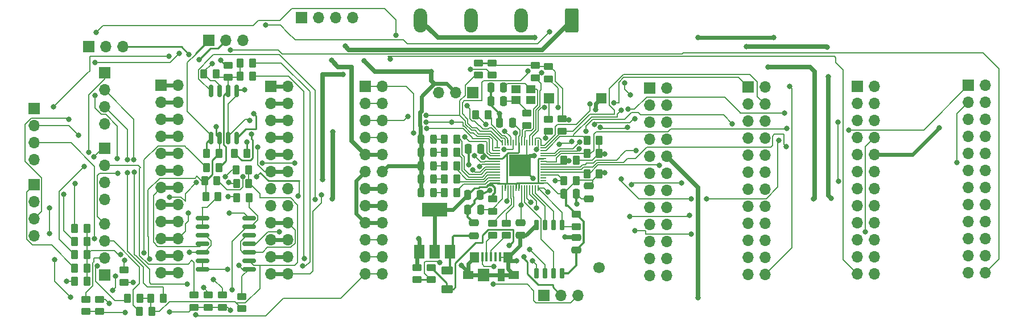
<source format=gtl>
%TF.GenerationSoftware,KiCad,Pcbnew,(6.0.2)*%
%TF.CreationDate,2022-03-04T11:59:17-06:00*%
%TF.ProjectId,rev1,72657631-2e6b-4696-9361-645f70636258,rev?*%
%TF.SameCoordinates,Original*%
%TF.FileFunction,Copper,L1,Top*%
%TF.FilePolarity,Positive*%
%FSLAX46Y46*%
G04 Gerber Fmt 4.6, Leading zero omitted, Abs format (unit mm)*
G04 Created by KiCad (PCBNEW (6.0.2)) date 2022-03-04 11:59:17*
%MOMM*%
%LPD*%
G01*
G04 APERTURE LIST*
G04 Aperture macros list*
%AMRoundRect*
0 Rectangle with rounded corners*
0 $1 Rounding radius*
0 $2 $3 $4 $5 $6 $7 $8 $9 X,Y pos of 4 corners*
0 Add a 4 corners polygon primitive as box body*
4,1,4,$2,$3,$4,$5,$6,$7,$8,$9,$2,$3,0*
0 Add four circle primitives for the rounded corners*
1,1,$1+$1,$2,$3*
1,1,$1+$1,$4,$5*
1,1,$1+$1,$6,$7*
1,1,$1+$1,$8,$9*
0 Add four rect primitives between the rounded corners*
20,1,$1+$1,$2,$3,$4,$5,0*
20,1,$1+$1,$4,$5,$6,$7,0*
20,1,$1+$1,$6,$7,$8,$9,0*
20,1,$1+$1,$8,$9,$2,$3,0*%
G04 Aperture macros list end*
%TA.AperFunction,SMDPad,CuDef*%
%ADD10RoundRect,0.250000X0.250000X0.475000X-0.250000X0.475000X-0.250000X-0.475000X0.250000X-0.475000X0*%
%TD*%
%TA.AperFunction,SMDPad,CuDef*%
%ADD11RoundRect,0.250000X0.475000X-0.250000X0.475000X0.250000X-0.475000X0.250000X-0.475000X-0.250000X0*%
%TD*%
%TA.AperFunction,SMDPad,CuDef*%
%ADD12RoundRect,0.250000X-0.475000X0.250000X-0.475000X-0.250000X0.475000X-0.250000X0.475000X0.250000X0*%
%TD*%
%TA.AperFunction,SMDPad,CuDef*%
%ADD13RoundRect,0.250000X-0.250000X-0.475000X0.250000X-0.475000X0.250000X0.475000X-0.250000X0.475000X0*%
%TD*%
%TA.AperFunction,SMDPad,CuDef*%
%ADD14RoundRect,0.250000X-0.625000X0.375000X-0.625000X-0.375000X0.625000X-0.375000X0.625000X0.375000X0*%
%TD*%
%TA.AperFunction,SMDPad,CuDef*%
%ADD15R,0.450000X1.380000*%
%TD*%
%TA.AperFunction,SMDPad,CuDef*%
%ADD16R,1.650000X1.300000*%
%TD*%
%TA.AperFunction,SMDPad,CuDef*%
%ADD17R,1.000000X1.900000*%
%TD*%
%TA.AperFunction,SMDPad,CuDef*%
%ADD18R,1.425000X1.550000*%
%TD*%
%TA.AperFunction,SMDPad,CuDef*%
%ADD19R,1.800000X1.900000*%
%TD*%
%TA.AperFunction,ComponentPad*%
%ADD20R,1.700000X1.700000*%
%TD*%
%TA.AperFunction,ComponentPad*%
%ADD21O,1.700000X1.700000*%
%TD*%
%TA.AperFunction,SMDPad,CuDef*%
%ADD22RoundRect,0.250000X-0.450000X0.262500X-0.450000X-0.262500X0.450000X-0.262500X0.450000X0.262500X0*%
%TD*%
%TA.AperFunction,SMDPad,CuDef*%
%ADD23RoundRect,0.250000X0.450000X-0.262500X0.450000X0.262500X-0.450000X0.262500X-0.450000X-0.262500X0*%
%TD*%
%TA.AperFunction,SMDPad,CuDef*%
%ADD24RoundRect,0.250000X0.262500X0.450000X-0.262500X0.450000X-0.262500X-0.450000X0.262500X-0.450000X0*%
%TD*%
%TA.AperFunction,SMDPad,CuDef*%
%ADD25R,1.400000X1.200000*%
%TD*%
%TA.AperFunction,SMDPad,CuDef*%
%ADD26RoundRect,0.150000X-0.150000X0.650000X-0.150000X-0.650000X0.150000X-0.650000X0.150000X0.650000X0*%
%TD*%
%TA.AperFunction,SMDPad,CuDef*%
%ADD27R,1.500000X1.500000*%
%TD*%
%TA.AperFunction,SMDPad,CuDef*%
%ADD28RoundRect,0.250000X-0.262500X-0.450000X0.262500X-0.450000X0.262500X0.450000X-0.262500X0.450000X0*%
%TD*%
%TA.AperFunction,SMDPad,CuDef*%
%ADD29RoundRect,0.243750X-0.243750X-0.456250X0.243750X-0.456250X0.243750X0.456250X-0.243750X0.456250X0*%
%TD*%
%TA.AperFunction,SMDPad,CuDef*%
%ADD30R,1.500000X2.000000*%
%TD*%
%TA.AperFunction,SMDPad,CuDef*%
%ADD31R,3.800000X2.000000*%
%TD*%
%TA.AperFunction,SMDPad,CuDef*%
%ADD32R,0.812800X0.177800*%
%TD*%
%TA.AperFunction,SMDPad,CuDef*%
%ADD33R,0.177800X0.812800*%
%TD*%
%TA.AperFunction,SMDPad,CuDef*%
%ADD34R,3.200400X3.200400*%
%TD*%
%TA.AperFunction,ComponentPad*%
%ADD35C,1.700000*%
%TD*%
%TA.AperFunction,SMDPad,CuDef*%
%ADD36RoundRect,0.150000X0.150000X-0.800000X0.150000X0.800000X-0.150000X0.800000X-0.150000X-0.800000X0*%
%TD*%
%TA.AperFunction,SMDPad,CuDef*%
%ADD37RoundRect,0.150000X0.837500X0.150000X-0.837500X0.150000X-0.837500X-0.150000X0.837500X-0.150000X0*%
%TD*%
%TA.AperFunction,ComponentPad*%
%ADD38RoundRect,0.250000X0.750000X1.550000X-0.750000X1.550000X-0.750000X-1.550000X0.750000X-1.550000X0*%
%TD*%
%TA.AperFunction,ComponentPad*%
%ADD39O,2.000000X3.600000*%
%TD*%
%TA.AperFunction,ViaPad*%
%ADD40C,0.800000*%
%TD*%
%TA.AperFunction,Conductor*%
%ADD41C,0.304800*%
%TD*%
%TA.AperFunction,Conductor*%
%ADD42C,0.152400*%
%TD*%
%TA.AperFunction,Conductor*%
%ADD43C,0.609600*%
%TD*%
%TA.AperFunction,Conductor*%
%ADD44C,0.250000*%
%TD*%
%TA.AperFunction,Conductor*%
%ADD45C,0.709600*%
%TD*%
%TA.AperFunction,Conductor*%
%ADD46C,0.228600*%
%TD*%
%TA.AperFunction,Conductor*%
%ADD47C,0.203200*%
%TD*%
G04 APERTURE END LIST*
D10*
%TO.P,C2,1*%
%TO.N,XI*%
X193981400Y-107760220D03*
%TO.P,C2,2*%
%TO.N,GND*%
X192081400Y-107760220D03*
%TD*%
%TO.P,C3,1*%
%TO.N,Net-(C3-Pad1)*%
X193988940Y-109810000D03*
%TO.P,C3,2*%
%TO.N,GND*%
X192088940Y-109810000D03*
%TD*%
D11*
%TO.P,C1,1*%
%TO.N,Net-(C1-Pad1)*%
X189559180Y-129855760D03*
%TO.P,C1,2*%
%TO.N,GND*%
X189559180Y-127955760D03*
%TD*%
D12*
%TO.P,C7,1*%
%TO.N,+1V1*%
X196528940Y-127912580D03*
%TO.P,C7,2*%
%TO.N,GND*%
X196528940Y-129812580D03*
%TD*%
D13*
%TO.P,C4,1*%
%TO.N,+3V3*%
X188634540Y-123757140D03*
%TO.P,C4,2*%
%TO.N,GND*%
X190534540Y-123757140D03*
%TD*%
D10*
%TO.P,C9,1*%
%TO.N,Net-(C9-Pad1)*%
X190557400Y-126002500D03*
%TO.P,C9,2*%
%TO.N,GND*%
X188657400Y-126002500D03*
%TD*%
%TO.P,C5,1*%
%TO.N,+3V3*%
X190600000Y-116950000D03*
%TO.P,C5,2*%
%TO.N,GND*%
X188700000Y-116950000D03*
%TD*%
D13*
%TO.P,C6,1*%
%TO.N,+3V3*%
X202939820Y-123632680D03*
%TO.P,C6,2*%
%TO.N,GND*%
X204839820Y-123632680D03*
%TD*%
D11*
%TO.P,C8,1*%
%TO.N,+3V3*%
X204814420Y-131999520D03*
%TO.P,C8,2*%
%TO.N,GND*%
X204814420Y-130099520D03*
%TD*%
D10*
%TO.P,C10,1*%
%TO.N,+3V3*%
X195299580Y-113043420D03*
%TO.P,C10,2*%
%TO.N,GND*%
X193399580Y-113043420D03*
%TD*%
D12*
%TO.P,C11,1*%
%TO.N,+3V3*%
X206650000Y-122450000D03*
%TO.P,C11,2*%
%TO.N,GND*%
X206650000Y-124350000D03*
%TD*%
D14*
%TO.P,D6,1,K*%
%TO.N,Net-(C1-Pad1)*%
X185574920Y-135016500D03*
%TO.P,D6,2,A*%
%TO.N,Net-(D6-Pad2)*%
X185574920Y-137816500D03*
%TD*%
D15*
%TO.P,J2,1,VBUS*%
%TO.N,Net-(J2-Pad1)*%
X190815260Y-133024420D03*
%TO.P,J2,2,D-*%
%TO.N,Net-(J2-Pad2)*%
X191465260Y-133024420D03*
%TO.P,J2,3,D+*%
%TO.N,Net-(J2-Pad3)*%
X192115260Y-133024420D03*
%TO.P,J2,4,ID*%
%TO.N,unconnected-(J2-Pad4)*%
X192765260Y-133024420D03*
%TO.P,J2,5,GND*%
%TO.N,GND*%
X193415260Y-133024420D03*
D16*
%TO.P,J2,6,Shield*%
X195490260Y-135684420D03*
X188740260Y-135684420D03*
D17*
X193665260Y-135684420D03*
D18*
X194602760Y-133109420D03*
D19*
X190965260Y-135684420D03*
D18*
X189627760Y-133109420D03*
%TD*%
D20*
%TO.P,J16,1,Pin_1*%
%TO.N,SWCLK*%
X189394080Y-108560320D03*
D21*
%TO.P,J16,2,Pin_2*%
%TO.N,GND*%
X186854080Y-108560320D03*
%TO.P,J16,3,Pin_3*%
%TO.N,SWDIO*%
X184314080Y-108560320D03*
%TD*%
D22*
%TO.P,R11,1*%
%TO.N,USB_DP*%
X194354700Y-127972260D03*
%TO.P,R11,2*%
%TO.N,Net-(J2-Pad3)*%
X194354700Y-129797260D03*
%TD*%
%TO.P,R12,1*%
%TO.N,USB_DM*%
X192355720Y-127972260D03*
%TO.P,R12,2*%
%TO.N,Net-(J2-Pad2)*%
X192355720Y-129797260D03*
%TD*%
%TO.P,R18,1*%
%TO.N,Net-(D6-Pad2)*%
X183179700Y-134589780D03*
%TO.P,R18,2*%
%TO.N,GPIO24*%
X183179700Y-136414780D03*
%TD*%
D23*
%TO.P,R19,1*%
%TO.N,GPIO24*%
X181086740Y-136414780D03*
%TO.P,R19,2*%
%TO.N,GND*%
X181086740Y-134589780D03*
%TD*%
D24*
%TO.P,R47,1*%
%TO.N,Net-(R47-Pad1)*%
X191662500Y-111800000D03*
%TO.P,R47,2*%
%TO.N,+3V3*%
X189837500Y-111800000D03*
%TD*%
D22*
%TO.P,R50,1*%
%TO.N,+3V3*%
X204799180Y-126643840D03*
%TO.P,R50,2*%
%TO.N,QSPI_SS*%
X204799180Y-128468840D03*
%TD*%
D25*
%TO.P,Y1,1,1*%
%TO.N,XI*%
X198050400Y-108037280D03*
%TO.P,Y1,2,2*%
%TO.N,unconnected-(Y1-Pad2)*%
X195850400Y-108037280D03*
%TO.P,Y1,3,3*%
%TO.N,Net-(C3-Pad1)*%
X195850400Y-109637280D03*
%TO.P,Y1,4,4*%
%TO.N,unconnected-(Y1-Pad4)*%
X198050400Y-109637280D03*
%TD*%
D26*
%TO.P,U5,1,~{CS}*%
%TO.N,QSPI_SS*%
X202675740Y-128223360D03*
%TO.P,U5,2,DO(IO1)*%
%TO.N,QSPI_SD1*%
X201405740Y-128223360D03*
%TO.P,U5,3,IO2*%
%TO.N,QSPI_SD2*%
X200135740Y-128223360D03*
%TO.P,U5,4,GND*%
%TO.N,GND*%
X198865740Y-128223360D03*
%TO.P,U5,5,DI(IO0)*%
%TO.N,QSPI_SD0*%
X198865740Y-135423360D03*
%TO.P,U5,6,CLK*%
%TO.N,QSPI_SCLK*%
X200135740Y-135423360D03*
%TO.P,U5,7,IO3*%
%TO.N,QSPI_SD3*%
X201405740Y-135423360D03*
%TO.P,U5,8,VCC*%
%TO.N,+3V3*%
X202675740Y-135423360D03*
%TD*%
D27*
%TO.P,SW1,1,1*%
%TO.N,GND*%
X208515200Y-109352800D03*
%TO.P,SW1,2,2*%
%TO.N,Net-(R49-Pad2)*%
X200715200Y-109352800D03*
%TD*%
D28*
%TO.P,R5,1*%
%TO.N,Net-(D4-Pad2)*%
X185158880Y-121425000D03*
%TO.P,R5,2*%
%TO.N,GPIO28*%
X186983880Y-121425000D03*
%TD*%
%TO.P,R4,1*%
%TO.N,Net-(D3-Pad2)*%
X185162500Y-119444920D03*
%TO.P,R4,2*%
%TO.N,GPIO27*%
X186987500Y-119444920D03*
%TD*%
%TO.P,R3,1*%
%TO.N,Net-(D2-Pad2)*%
X185158840Y-117450000D03*
%TO.P,R3,2*%
%TO.N,GPIO26*%
X186983840Y-117450000D03*
%TD*%
D29*
%TO.P,D3,1,K*%
%TO.N,GND*%
X181680960Y-119439840D03*
%TO.P,D3,2,A*%
%TO.N,Net-(D3-Pad2)*%
X183555960Y-119439840D03*
%TD*%
%TO.P,D2,1,K*%
%TO.N,GND*%
X181675000Y-117450000D03*
%TO.P,D2,2,A*%
%TO.N,Net-(D2-Pad2)*%
X183550000Y-117450000D03*
%TD*%
D30*
%TO.P,U2,1,GND*%
%TO.N,GND*%
X181400000Y-132275000D03*
D31*
%TO.P,U2,2,VO*%
%TO.N,+3V3*%
X183700000Y-125975000D03*
D30*
X183700000Y-132275000D03*
%TO.P,U2,3,VI*%
%TO.N,Net-(C1-Pad1)*%
X186000000Y-132275000D03*
%TD*%
D23*
%TO.P,R49,1*%
%TO.N,QSPI_SS*%
X200679300Y-114296920D03*
%TO.P,R49,2*%
%TO.N,Net-(R49-Pad2)*%
X200679300Y-112471920D03*
%TD*%
D29*
%TO.P,D4,1,K*%
%TO.N,GND*%
X181687500Y-121419920D03*
%TO.P,D4,2,A*%
%TO.N,Net-(D4-Pad2)*%
X183562500Y-121419920D03*
%TD*%
D22*
%TO.P,R51,1*%
%TO.N,+3V3*%
X192343020Y-124399760D03*
%TO.P,R51,2*%
%TO.N,Net-(C9-Pad1)*%
X192343020Y-126224760D03*
%TD*%
D32*
%TO.P,U4,1,IOVDD*%
%TO.N,+3V3*%
X199863960Y-122029940D03*
%TO.P,U4,2,GPIO0*%
%TO.N,GPIO0*%
X199863960Y-121623540D03*
%TO.P,U4,3,GPIO1*%
%TO.N,GPIO1*%
X199863960Y-121217140D03*
%TO.P,U4,4,GPIO2*%
%TO.N,GPIO2*%
X199863960Y-120810740D03*
%TO.P,U4,5,GPIO3*%
%TO.N,GPIO3*%
X199863960Y-120404340D03*
%TO.P,U4,6,GPIO4*%
%TO.N,DET_1*%
X199863960Y-119997940D03*
%TO.P,U4,7,GPIO5*%
%TO.N,GPIO5*%
X199863960Y-119591540D03*
%TO.P,U4,8,GPIO6*%
%TO.N,GPIO6*%
X199863960Y-119185140D03*
%TO.P,U4,9,GPIO7*%
%TO.N,GPIO7*%
X199863960Y-118778740D03*
%TO.P,U4,10,IOVDD*%
%TO.N,+3V3*%
X199863960Y-118372340D03*
%TO.P,U4,11,GPIO8*%
%TO.N,DET_2*%
X199863960Y-117965940D03*
%TO.P,U4,12,GPIO9*%
%TO.N,GPIO9*%
X199863960Y-117559540D03*
%TO.P,U4,13,GPIO10*%
%TO.N,GPIO10*%
X199863960Y-117153140D03*
%TO.P,U4,14,GPIO11*%
%TO.N,GPIO11*%
X199863960Y-116746740D03*
D33*
%TO.P,U4,15,GPIO12*%
%TO.N,DET_3*%
X199101960Y-115984740D03*
%TO.P,U4,16,GPIO13*%
%TO.N,GPIO13*%
X198695560Y-115984740D03*
%TO.P,U4,17,GPIO14*%
%TO.N,GPIO14*%
X198289160Y-115984740D03*
%TO.P,U4,18,GPIO15*%
%TO.N,GPIO15*%
X197882760Y-115984740D03*
%TO.P,U4,19,TESTEN*%
%TO.N,GND*%
X197476360Y-115984740D03*
%TO.P,U4,20,XIN*%
%TO.N,XI*%
X197069960Y-115984740D03*
%TO.P,U4,21,XOUT*%
%TO.N,XO*%
X196663560Y-115984740D03*
%TO.P,U4,22,IOVDD*%
%TO.N,+3V3*%
X196257160Y-115984740D03*
%TO.P,U4,23,DVDD*%
%TO.N,+1V1*%
X195850760Y-115984740D03*
%TO.P,U4,24,SWCLK*%
%TO.N,SWCLK*%
X195444360Y-115984740D03*
%TO.P,U4,25,SWDIO*%
%TO.N,SWDIO*%
X195037960Y-115984740D03*
%TO.P,U4,26,RUN*%
%TO.N,Net-(R47-Pad1)*%
X194631560Y-115984740D03*
%TO.P,U4,27,GPIO16*%
%TO.N,DET_4*%
X194225160Y-115984740D03*
%TO.P,U4,28,GPIO17*%
%TO.N,GPIO17*%
X193818760Y-115984740D03*
D32*
%TO.P,U4,29,GPIO18*%
%TO.N,GPIO18*%
X193056760Y-116746740D03*
%TO.P,U4,30,GPIO19*%
%TO.N,GPIO19*%
X193056760Y-117153140D03*
%TO.P,U4,31,GPIO20*%
%TO.N,DET_5*%
X193056760Y-117559540D03*
%TO.P,U4,32,GPIO21*%
%TO.N,GPIO21*%
X193056760Y-117965940D03*
%TO.P,U4,33,IOVDD*%
%TO.N,+3V3*%
X193056760Y-118372340D03*
%TO.P,U4,34,GPIO22*%
%TO.N,DET_A*%
X193056760Y-118778740D03*
%TO.P,U4,35,GPIO23*%
%TO.N,DET_B*%
X193056760Y-119185140D03*
%TO.P,U4,36,GPIO24*%
%TO.N,GPIO24*%
X193056760Y-119591540D03*
%TO.P,U4,37,GPIO25*%
%TO.N,GPIO25*%
X193056760Y-119997940D03*
%TO.P,U4,38,GPIO26/ADC0*%
%TO.N,GPIO26*%
X193056760Y-120404340D03*
%TO.P,U4,39,GPIO27/ADC1*%
%TO.N,GPIO27*%
X193056760Y-120810740D03*
%TO.P,U4,40,GPIO28/ADC2*%
%TO.N,GPIO28*%
X193056760Y-121217140D03*
%TO.P,U4,41,GPIO29/ADC3*%
%TO.N,GPIO29*%
X193056760Y-121623540D03*
%TO.P,U4,42,IOVDD*%
%TO.N,+3V3*%
X193056760Y-122029940D03*
D33*
%TO.P,U4,43,ADC_AVDD*%
%TO.N,Net-(C9-Pad1)*%
X193818760Y-122791940D03*
%TO.P,U4,44,VREG_VIN*%
%TO.N,+3V3*%
X194225160Y-122791940D03*
%TO.P,U4,45,VREG_VOUT*%
%TO.N,+1V1*%
X194631560Y-122791940D03*
%TO.P,U4,46,USB_DM*%
%TO.N,USB_DM*%
X195037960Y-122791940D03*
%TO.P,U4,47,USB_DP*%
%TO.N,USB_DP*%
X195444360Y-122791940D03*
%TO.P,U4,48,USB_VDD*%
%TO.N,+3V3*%
X195850760Y-122791940D03*
%TO.P,U4,49,IOVDD*%
X196257160Y-122791940D03*
%TO.P,U4,50,DVDD*%
%TO.N,+1V1*%
X196663560Y-122791940D03*
%TO.P,U4,51,QSPI_SD3*%
%TO.N,QSPI_SD3*%
X197069960Y-122791940D03*
%TO.P,U4,52,QSPI_SCLK*%
%TO.N,QSPI_SCLK*%
X197476360Y-122791940D03*
%TO.P,U4,53,QSPI_SD0*%
%TO.N,QSPI_SD0*%
X197882760Y-122791940D03*
%TO.P,U4,54,QSPI_SD2*%
%TO.N,QSPI_SD2*%
X198289160Y-122791940D03*
%TO.P,U4,55,QSPI_SD1*%
%TO.N,QSPI_SD1*%
X198695560Y-122791940D03*
%TO.P,U4,56,QSPI_SS_N*%
%TO.N,QSPI_SS*%
X199101960Y-122791940D03*
D34*
%TO.P,U4,57,GND*%
%TO.N,GND*%
X196460360Y-119388340D03*
%TD*%
D29*
%TO.P,D1,1,K*%
%TO.N,GND*%
X181694880Y-115468900D03*
%TO.P,D1,2,A*%
%TO.N,Net-(D1-Pad2)*%
X183569880Y-115468900D03*
%TD*%
D28*
%TO.P,R2,1*%
%TO.N,Net-(D1-Pad2)*%
X185172620Y-115468900D03*
%TO.P,R2,2*%
%TO.N,GPIO25*%
X186997620Y-115468900D03*
%TD*%
D23*
%TO.P,R48,1*%
%TO.N,XO*%
X197456040Y-113430780D03*
%TO.P,R48,2*%
%TO.N,Net-(C3-Pad1)*%
X197456040Y-111605780D03*
%TD*%
D35*
%TO.P,J14,1,Pin_1*%
%TO.N,GND*%
X208185000Y-134575000D03*
%TD*%
D28*
%TO.P,R31,1*%
%TO.N,Net-(J10-Pad1)*%
X130137500Y-130700000D03*
%TO.P,R31,2*%
%TO.N,NoEffect*%
X131962500Y-130700000D03*
%TD*%
D20*
%TO.P,J15,1,Pin_1*%
%TO.N,PI_DAC_L*%
X132275000Y-101700000D03*
D21*
%TO.P,J15,2,Pin_2*%
%TO.N,GND*%
X134815000Y-101700000D03*
%TO.P,J15,3,Pin_3*%
%TO.N,PI_DAC_R*%
X137355000Y-101700000D03*
%TD*%
D20*
%TO.P,J18,1,Pin_1*%
%TO.N,TRIG_A*%
X159310000Y-107600000D03*
D21*
%TO.P,J18,2,Pin_2*%
X161850000Y-107600000D03*
%TO.P,J18,3,Pin_3*%
%TO.N,SDL_A*%
X159310000Y-110140000D03*
%TO.P,J18,4,Pin_4*%
X161850000Y-110140000D03*
%TO.P,J18,5,Pin_5*%
%TO.N,SDA_A*%
X159310000Y-112680000D03*
%TO.P,J18,6,Pin_6*%
X161850000Y-112680000D03*
%TO.P,J18,7,Pin_7*%
%TO.N,DET_A*%
X159310000Y-115220000D03*
%TO.P,J18,8,Pin_8*%
X161850000Y-115220000D03*
%TO.P,J18,9,Pin_9*%
%TO.N,5V*%
X159310000Y-117760000D03*
%TO.P,J18,10,Pin_10*%
X161850000Y-117760000D03*
%TO.P,J18,11,Pin_11*%
%TO.N,GND*%
X159310000Y-120300000D03*
%TO.P,J18,12,Pin_12*%
X161850000Y-120300000D03*
%TO.P,J18,13,Pin_13*%
%TO.N,-12V*%
X159310000Y-122840000D03*
%TO.P,J18,14,Pin_14*%
X161850000Y-122840000D03*
%TO.P,J18,15,Pin_15*%
%TO.N,+12V*%
X159310000Y-125380000D03*
%TO.P,J18,16,Pin_16*%
X161850000Y-125380000D03*
%TO.P,J18,17,Pin_17*%
%TO.N,GND*%
X159310000Y-127920000D03*
%TO.P,J18,18,Pin_18*%
X161850000Y-127920000D03*
%TO.P,J18,19,Pin_19*%
%TO.N,A_IN_A*%
X159310000Y-130460000D03*
%TO.P,J18,20,Pin_20*%
X161850000Y-130460000D03*
%TO.P,J18,21,Pin_21*%
%TO.N,A_OUT_R_A*%
X159310000Y-133000000D03*
%TO.P,J18,22,Pin_22*%
X161850000Y-133000000D03*
%TO.P,J18,23,Pin_23*%
%TO.N,A_OUT_L_A*%
X159310000Y-135540000D03*
%TO.P,J18,24,Pin_24*%
X161850000Y-135540000D03*
%TD*%
D28*
%TO.P,R20,1*%
%TO.N,Net-(J7-Pad3)*%
X139777500Y-141150000D03*
%TO.P,R20,2*%
%TO.N,Net-(R20-Pad2)*%
X141602500Y-141150000D03*
%TD*%
%TO.P,R6,1*%
%TO.N,Net-(D5-Pad2)*%
X185162500Y-123400000D03*
%TO.P,R6,2*%
%TO.N,GPIO29*%
X186987500Y-123400000D03*
%TD*%
%TO.P,R1,1*%
%TO.N,GPIO2*%
X202962500Y-121650000D03*
%TO.P,R1,2*%
%TO.N,+3V3*%
X204787500Y-121650000D03*
%TD*%
%TO.P,R10,1*%
%TO.N,GPIO10*%
X206387500Y-115625000D03*
%TO.P,R10,2*%
%TO.N,+3V3*%
X208212500Y-115625000D03*
%TD*%
%TO.P,R40,1*%
%TO.N,A_OUT_R_B*%
X149807500Y-119670000D03*
%TO.P,R40,2*%
%TO.N,Net-(R39-Pad2)*%
X151632500Y-119670000D03*
%TD*%
D22*
%TO.P,R27,1*%
%TO.N,Net-(J9-Pad2)*%
X147900000Y-138667500D03*
%TO.P,R27,2*%
%TO.N,Net-(R21-Pad2)*%
X147900000Y-140492500D03*
%TD*%
D24*
%TO.P,R37,1*%
%TO.N,A_OUT_L_A*%
X151332500Y-121660000D03*
%TO.P,R37,2*%
%TO.N,Net-(R35-Pad2)*%
X149507500Y-121660000D03*
%TD*%
D28*
%TO.P,R34,1*%
%TO.N,Net-(J11-Pad1)*%
X130137500Y-128740000D03*
%TO.P,R34,2*%
%TO.N,NoEffect*%
X131962500Y-128740000D03*
%TD*%
D23*
%TO.P,R16,1*%
%TO.N,GPIO18*%
X190250000Y-105912500D03*
%TO.P,R16,2*%
%TO.N,+3V3*%
X190250000Y-104087500D03*
%TD*%
D20*
%TO.P,J7,1,Pin_1*%
%TO.N,Net-(J7-Pad1)*%
X134600000Y-135740000D03*
D21*
%TO.P,J7,2,Pin_2*%
%TO.N,Net-(J7-Pad2)*%
X134600000Y-133200000D03*
%TO.P,J7,3,Pin_3*%
%TO.N,Net-(J7-Pad3)*%
X134600000Y-130660000D03*
%TO.P,J7,4,Pin_4*%
%TO.N,A_OUT_L_1*%
X134600000Y-128120000D03*
%TD*%
D23*
%TO.P,R46,1*%
%TO.N,Net-(R21-Pad2)*%
X133810000Y-141152500D03*
%TO.P,R46,2*%
%TO.N,A_IN_B*%
X133810000Y-139327500D03*
%TD*%
D20*
%TO.P,J5,1,Pin_1*%
%TO.N,GPIO9*%
X246615000Y-107615000D03*
D21*
%TO.P,J5,2,Pin_2*%
X249155000Y-107615000D03*
%TO.P,J5,3,Pin_3*%
%TO.N,GPIO7*%
X246615000Y-110155000D03*
%TO.P,J5,4,Pin_4*%
X249155000Y-110155000D03*
%TO.P,J5,5,Pin_5*%
%TO.N,GPIO6*%
X246615000Y-112695000D03*
%TO.P,J5,6,Pin_6*%
X249155000Y-112695000D03*
%TO.P,J5,7,Pin_7*%
%TO.N,DET_2*%
X246615000Y-115235000D03*
%TO.P,J5,8,Pin_8*%
X249155000Y-115235000D03*
%TO.P,J5,9,Pin_9*%
%TO.N,5V*%
X246615000Y-117775000D03*
%TO.P,J5,10,Pin_10*%
X249155000Y-117775000D03*
%TO.P,J5,11,Pin_11*%
%TO.N,GND*%
X246615000Y-120315000D03*
%TO.P,J5,12,Pin_12*%
X249155000Y-120315000D03*
%TO.P,J5,13,Pin_13*%
%TO.N,-12V*%
X246615000Y-122855000D03*
%TO.P,J5,14,Pin_14*%
X249155000Y-122855000D03*
%TO.P,J5,15,Pin_15*%
%TO.N,+12V*%
X246615000Y-125395000D03*
%TO.P,J5,16,Pin_16*%
X249155000Y-125395000D03*
%TO.P,J5,17,Pin_17*%
%TO.N,GND*%
X246615000Y-127935000D03*
%TO.P,J5,18,Pin_18*%
X249155000Y-127935000D03*
%TO.P,J5,19,Pin_19*%
%TO.N,A_IN_2*%
X246615000Y-130475000D03*
%TO.P,J5,20,Pin_20*%
X249155000Y-130475000D03*
%TO.P,J5,21,Pin_21*%
%TO.N,A_OUT_R_2*%
X246615000Y-133015000D03*
%TO.P,J5,22,Pin_22*%
X249155000Y-133015000D03*
%TO.P,J5,23,Pin_23*%
%TO.N,A_OUT_L_2*%
X246615000Y-135555000D03*
%TO.P,J5,24,Pin_24*%
X249155000Y-135555000D03*
%TD*%
D23*
%TO.P,R36,1*%
%TO.N,A_OUT_L_B*%
X137450000Y-136772500D03*
%TO.P,R36,2*%
%TO.N,Net-(R35-Pad2)*%
X137450000Y-134947500D03*
%TD*%
D24*
%TO.P,R41,1*%
%TO.N,A_OUT_R_A*%
X156602500Y-106080000D03*
%TO.P,R41,2*%
%TO.N,Net-(R39-Pad2)*%
X154777500Y-106080000D03*
%TD*%
D20*
%TO.P,J8,1,Pin_1*%
%TO.N,Net-(J8-Pad1)*%
X124100000Y-122250000D03*
D21*
%TO.P,J8,2,Pin_2*%
%TO.N,Net-(J8-Pad2)*%
X124100000Y-124790000D03*
%TO.P,J8,3,Pin_3*%
%TO.N,Net-(J8-Pad3)*%
X124100000Y-127330000D03*
%TO.P,J8,4,Pin_4*%
%TO.N,A_OUT_L_2*%
X124100000Y-129870000D03*
%TD*%
D22*
%TO.P,R33,1*%
%TO.N,Net-(J11-Pad2)*%
X152100000Y-138667500D03*
%TO.P,R33,2*%
%TO.N,Net-(R21-Pad2)*%
X152100000Y-140492500D03*
%TD*%
D36*
%TO.P,U3,1*%
%TO.N,Net-(J17-Pad1)*%
X150415000Y-115310000D03*
%TO.P,U3,2,-*%
%TO.N,Net-(R35-Pad2)*%
X151685000Y-115310000D03*
%TO.P,U3,3,+*%
%TO.N,GND*%
X152955000Y-115310000D03*
%TO.P,U3,4,V-*%
%TO.N,-12V*%
X154225000Y-115310000D03*
%TO.P,U3,5,+*%
%TO.N,GND*%
X154225000Y-108310000D03*
%TO.P,U3,6,-*%
%TO.N,Net-(R39-Pad2)*%
X152955000Y-108310000D03*
%TO.P,U3,7*%
%TO.N,Net-(J17-Pad3)*%
X151685000Y-108310000D03*
%TO.P,U3,8,V+*%
%TO.N,+12V*%
X150415000Y-108310000D03*
%TD*%
D20*
%TO.P,J11,1,Pin_1*%
%TO.N,Net-(J11-Pad1)*%
X134610000Y-105580000D03*
D21*
%TO.P,J11,2,Pin_2*%
%TO.N,Net-(J11-Pad2)*%
X134610000Y-108120000D03*
%TO.P,J11,3,Pin_3*%
%TO.N,Net-(J11-Pad3)*%
X134610000Y-110660000D03*
%TO.P,J11,4,Pin_4*%
%TO.N,A_OUT_L_5*%
X134610000Y-113200000D03*
%TD*%
D22*
%TO.P,R24,1*%
%TO.N,Net-(J8-Pad2)*%
X150060000Y-138667500D03*
%TO.P,R24,2*%
%TO.N,Net-(R21-Pad2)*%
X150060000Y-140492500D03*
%TD*%
D24*
%TO.P,R43,1*%
%TO.N,Net-(R35-Pad2)*%
X151602500Y-117630000D03*
%TO.P,R43,2*%
%TO.N,Net-(J17-Pad1)*%
X149777500Y-117630000D03*
%TD*%
D28*
%TO.P,R7,1*%
%TO.N,GPIO3*%
X206387500Y-120600000D03*
%TO.P,R7,2*%
%TO.N,+3V3*%
X208212500Y-120600000D03*
%TD*%
%TO.P,R28,1*%
%TO.N,Net-(J9-Pad1)*%
X130127500Y-132670000D03*
%TO.P,R28,2*%
%TO.N,NoEffect*%
X131952500Y-132670000D03*
%TD*%
D23*
%TO.P,R14,1*%
%TO.N,GPIO14*%
X200675000Y-106462500D03*
%TO.P,R14,2*%
%TO.N,+3V3*%
X200675000Y-104637500D03*
%TD*%
D20*
%TO.P,J12,1,Pin_1*%
%TO.N,GPIO17*%
X215715000Y-107875000D03*
D21*
%TO.P,J12,2,Pin_2*%
X218255000Y-107875000D03*
%TO.P,J12,3,Pin_3*%
%TO.N,GPIO15*%
X215715000Y-110415000D03*
%TO.P,J12,4,Pin_4*%
X218255000Y-110415000D03*
%TO.P,J12,5,Pin_5*%
%TO.N,GPIO14*%
X215715000Y-112955000D03*
%TO.P,J12,6,Pin_6*%
X218255000Y-112955000D03*
%TO.P,J12,7,Pin_7*%
%TO.N,DET_4*%
X215715000Y-115495000D03*
%TO.P,J12,8,Pin_8*%
X218255000Y-115495000D03*
%TO.P,J12,9,Pin_9*%
%TO.N,5V*%
X215715000Y-118035000D03*
%TO.P,J12,10,Pin_10*%
X218255000Y-118035000D03*
%TO.P,J12,11,Pin_11*%
%TO.N,GND*%
X215715000Y-120575000D03*
%TO.P,J12,12,Pin_12*%
X218255000Y-120575000D03*
%TO.P,J12,13,Pin_13*%
%TO.N,-12V*%
X215715000Y-123115000D03*
%TO.P,J12,14,Pin_14*%
X218255000Y-123115000D03*
%TO.P,J12,15,Pin_15*%
%TO.N,+12V*%
X215715000Y-125655000D03*
%TO.P,J12,16,Pin_16*%
X218255000Y-125655000D03*
%TO.P,J12,17,Pin_17*%
%TO.N,GND*%
X215715000Y-128195000D03*
%TO.P,J12,18,Pin_18*%
X218255000Y-128195000D03*
%TO.P,J12,19,Pin_19*%
%TO.N,A_IN_4*%
X215715000Y-130735000D03*
%TO.P,J12,20,Pin_20*%
X218255000Y-130735000D03*
%TO.P,J12,21,Pin_21*%
%TO.N,A_OUT_R_4*%
X215715000Y-133275000D03*
%TO.P,J12,22,Pin_22*%
X218255000Y-133275000D03*
%TO.P,J12,23,Pin_23*%
%TO.N,A_OUT_L_4*%
X215715000Y-135815000D03*
%TO.P,J12,24,Pin_24*%
X218255000Y-135815000D03*
%TD*%
D24*
%TO.P,R39,1*%
%TO.N,NO_OUT_R*%
X156602500Y-104120000D03*
%TO.P,R39,2*%
%TO.N,Net-(R39-Pad2)*%
X154777500Y-104120000D03*
%TD*%
D28*
%TO.P,R9,1*%
%TO.N,GPIO7*%
X206387500Y-117600000D03*
%TO.P,R9,2*%
%TO.N,+3V3*%
X208212500Y-117600000D03*
%TD*%
D37*
%TO.P,U1,1*%
%TO.N,A_IN_A*%
X156092500Y-134830000D03*
%TO.P,U1,2,-*%
%TO.N,Net-(R20-Pad2)*%
X156092500Y-133560000D03*
%TO.P,U1,3,+*%
%TO.N,GND*%
X156092500Y-132290000D03*
%TO.P,U1,4,V+*%
%TO.N,+12V*%
X156092500Y-131020000D03*
%TO.P,U1,5,+*%
%TO.N,GND*%
X156092500Y-129750000D03*
%TO.P,U1,6,-*%
%TO.N,Net-(R21-Pad2)*%
X156092500Y-128480000D03*
%TO.P,U1,7*%
%TO.N,A_IN_B*%
X156092500Y-127210000D03*
%TO.P,U1,8*%
%TO.N,NO_OUT_L*%
X149167500Y-127210000D03*
%TO.P,U1,9,-*%
X149167500Y-128480000D03*
%TO.P,U1,10,+*%
%TO.N,NoEffect*%
X149167500Y-129750000D03*
%TO.P,U1,11,V-*%
%TO.N,-12V*%
X149167500Y-131020000D03*
%TO.P,U1,12,+*%
%TO.N,NoEffect*%
X149167500Y-132290000D03*
%TO.P,U1,13,-*%
%TO.N,NO_OUT_R*%
X149167500Y-133560000D03*
%TO.P,U1,14*%
X149167500Y-134830000D03*
%TD*%
D20*
%TO.P,J3,1,Pin_1*%
%TO.N,5V*%
X199980000Y-138720000D03*
D21*
%TO.P,J3,2,Pin_2*%
%TO.N,Net-(D6-Pad2)*%
X202520000Y-138720000D03*
%TO.P,J3,3,Pin_3*%
%TO.N,Net-(J2-Pad1)*%
X205060000Y-138720000D03*
%TD*%
D24*
%TO.P,R35,1*%
%TO.N,NO_OUT_L*%
X151472500Y-123990000D03*
%TO.P,R35,2*%
%TO.N,Net-(R35-Pad2)*%
X149647500Y-123990000D03*
%TD*%
D28*
%TO.P,R25,1*%
%TO.N,Net-(J8-Pad1)*%
X130125000Y-134650000D03*
%TO.P,R25,2*%
%TO.N,NoEffect*%
X131950000Y-134650000D03*
%TD*%
%TO.P,R26,1*%
%TO.N,Net-(J9-Pad3)*%
X154247500Y-122070000D03*
%TO.P,R26,2*%
%TO.N,Net-(R20-Pad2)*%
X156072500Y-122070000D03*
%TD*%
D20*
%TO.P,J6,1,Pin_1*%
%TO.N,GPIO13*%
X230330000Y-107700000D03*
D21*
%TO.P,J6,2,Pin_2*%
X232870000Y-107700000D03*
%TO.P,J6,3,Pin_3*%
%TO.N,GPIO11*%
X230330000Y-110240000D03*
%TO.P,J6,4,Pin_4*%
X232870000Y-110240000D03*
%TO.P,J6,5,Pin_5*%
%TO.N,GPIO10*%
X230330000Y-112780000D03*
%TO.P,J6,6,Pin_6*%
X232870000Y-112780000D03*
%TO.P,J6,7,Pin_7*%
%TO.N,DET_3*%
X230330000Y-115320000D03*
%TO.P,J6,8,Pin_8*%
X232870000Y-115320000D03*
%TO.P,J6,9,Pin_9*%
%TO.N,5V*%
X230330000Y-117860000D03*
%TO.P,J6,10,Pin_10*%
X232870000Y-117860000D03*
%TO.P,J6,11,Pin_11*%
%TO.N,GND*%
X230330000Y-120400000D03*
%TO.P,J6,12,Pin_12*%
X232870000Y-120400000D03*
%TO.P,J6,13,Pin_13*%
%TO.N,-12V*%
X230330000Y-122940000D03*
%TO.P,J6,14,Pin_14*%
X232870000Y-122940000D03*
%TO.P,J6,15,Pin_15*%
%TO.N,+12V*%
X230330000Y-125480000D03*
%TO.P,J6,16,Pin_16*%
X232870000Y-125480000D03*
%TO.P,J6,17,Pin_17*%
%TO.N,GND*%
X230330000Y-128020000D03*
%TO.P,J6,18,Pin_18*%
X232870000Y-128020000D03*
%TO.P,J6,19,Pin_19*%
%TO.N,A_IN_3*%
X230330000Y-130560000D03*
%TO.P,J6,20,Pin_20*%
X232870000Y-130560000D03*
%TO.P,J6,21,Pin_21*%
%TO.N,A_OUT_R_3*%
X230330000Y-133100000D03*
%TO.P,J6,22,Pin_22*%
X232870000Y-133100000D03*
%TO.P,J6,23,Pin_23*%
%TO.N,A_OUT_L_3*%
X230330000Y-135640000D03*
%TO.P,J6,24,Pin_24*%
X232870000Y-135640000D03*
%TD*%
D20*
%TO.P,J9,1,Pin_1*%
%TO.N,Net-(J9-Pad1)*%
X134610000Y-116858000D03*
D21*
%TO.P,J9,2,Pin_2*%
%TO.N,Net-(J9-Pad2)*%
X134610000Y-119398000D03*
%TO.P,J9,3,Pin_3*%
%TO.N,Net-(J9-Pad3)*%
X134610000Y-121938000D03*
%TO.P,J9,4,Pin_4*%
%TO.N,A_OUT_L_3*%
X134610000Y-124478000D03*
%TD*%
D23*
%TO.P,R13,1*%
%TO.N,GPIO11*%
X202650000Y-114287500D03*
%TO.P,R13,2*%
%TO.N,+3V3*%
X202650000Y-112462500D03*
%TD*%
D29*
%TO.P,D5,1,K*%
%TO.N,GND*%
X181687500Y-123400000D03*
%TO.P,D5,2,A*%
%TO.N,Net-(D5-Pad2)*%
X183562500Y-123400000D03*
%TD*%
D22*
%TO.P,R21,1*%
%TO.N,Net-(J7-Pad2)*%
X131820000Y-139330000D03*
%TO.P,R21,2*%
%TO.N,Net-(R21-Pad2)*%
X131820000Y-141155000D03*
%TD*%
D20*
%TO.P,J19,1,Pin_1*%
%TO.N,TRIG_B*%
X142990000Y-107470000D03*
D21*
%TO.P,J19,2,Pin_2*%
X145530000Y-107470000D03*
%TO.P,J19,3,Pin_3*%
%TO.N,SDL_B*%
X142990000Y-110010000D03*
%TO.P,J19,4,Pin_4*%
X145530000Y-110010000D03*
%TO.P,J19,5,Pin_5*%
%TO.N,SDA_B*%
X142990000Y-112550000D03*
%TO.P,J19,6,Pin_6*%
X145530000Y-112550000D03*
%TO.P,J19,7,Pin_7*%
%TO.N,DET_B*%
X142990000Y-115090000D03*
%TO.P,J19,8,Pin_8*%
X145530000Y-115090000D03*
%TO.P,J19,9,Pin_9*%
%TO.N,5V*%
X142990000Y-117630000D03*
%TO.P,J19,10,Pin_10*%
X145530000Y-117630000D03*
%TO.P,J19,11,Pin_11*%
%TO.N,GND*%
X142990000Y-120170000D03*
%TO.P,J19,12,Pin_12*%
X145530000Y-120170000D03*
%TO.P,J19,13,Pin_13*%
%TO.N,-12V*%
X142990000Y-122710000D03*
%TO.P,J19,14,Pin_14*%
X145530000Y-122710000D03*
%TO.P,J19,15,Pin_15*%
%TO.N,+12V*%
X142990000Y-125250000D03*
%TO.P,J19,16,Pin_16*%
X145530000Y-125250000D03*
%TO.P,J19,17,Pin_17*%
%TO.N,GND*%
X142990000Y-127790000D03*
%TO.P,J19,18,Pin_18*%
X145530000Y-127790000D03*
%TO.P,J19,19,Pin_19*%
%TO.N,A_IN_B*%
X142990000Y-130330000D03*
%TO.P,J19,20,Pin_20*%
X145530000Y-130330000D03*
%TO.P,J19,21,Pin_21*%
%TO.N,A_OUT_R_B*%
X142990000Y-132870000D03*
%TO.P,J19,22,Pin_22*%
X145530000Y-132870000D03*
%TO.P,J19,23,Pin_23*%
%TO.N,A_OUT_L_B*%
X142990000Y-135410000D03*
%TO.P,J19,24,Pin_24*%
X145530000Y-135410000D03*
%TD*%
D23*
%TO.P,R15,1*%
%TO.N,GPIO15*%
X198700000Y-106312500D03*
%TO.P,R15,2*%
%TO.N,+3V3*%
X198700000Y-104487500D03*
%TD*%
D28*
%TO.P,R23,1*%
%TO.N,Net-(J8-Pad3)*%
X154207500Y-120020000D03*
%TO.P,R23,2*%
%TO.N,Net-(R20-Pad2)*%
X156032500Y-120020000D03*
%TD*%
%TO.P,R29,1*%
%TO.N,Net-(J10-Pad3)*%
X138027500Y-139160000D03*
%TO.P,R29,2*%
%TO.N,Net-(R20-Pad2)*%
X139852500Y-139160000D03*
%TD*%
D24*
%TO.P,R44,1*%
%TO.N,Net-(R39-Pad2)*%
X151182500Y-105770000D03*
%TO.P,R44,2*%
%TO.N,Net-(J17-Pad3)*%
X149357500Y-105770000D03*
%TD*%
D22*
%TO.P,R42,1*%
%TO.N,PI_DAC_R*%
X152980000Y-104447500D03*
%TO.P,R42,2*%
%TO.N,Net-(R39-Pad2)*%
X152980000Y-106272500D03*
%TD*%
D28*
%TO.P,R38,1*%
%TO.N,PI_DAC_L*%
X153957500Y-117590000D03*
%TO.P,R38,2*%
%TO.N,Net-(R35-Pad2)*%
X155782500Y-117590000D03*
%TD*%
%TO.P,R30,1*%
%TO.N,Net-(J10-Pad2)*%
X154287500Y-124170000D03*
%TO.P,R30,2*%
%TO.N,Net-(R21-Pad2)*%
X156112500Y-124170000D03*
%TD*%
%TO.P,R8,1*%
%TO.N,GPIO6*%
X202962500Y-118625000D03*
%TO.P,R8,2*%
%TO.N,+3V3*%
X204787500Y-118625000D03*
%TD*%
D20*
%TO.P,J4,1,Pin_1*%
%TO.N,GPIO5*%
X263145000Y-107455000D03*
D21*
%TO.P,J4,2,Pin_2*%
X265685000Y-107455000D03*
%TO.P,J4,3,Pin_3*%
%TO.N,GPIO3*%
X263145000Y-109995000D03*
%TO.P,J4,4,Pin_4*%
X265685000Y-109995000D03*
%TO.P,J4,5,Pin_5*%
%TO.N,GPIO2*%
X263145000Y-112535000D03*
%TO.P,J4,6,Pin_6*%
X265685000Y-112535000D03*
%TO.P,J4,7,Pin_7*%
%TO.N,DET_1*%
X263145000Y-115075000D03*
%TO.P,J4,8,Pin_8*%
X265685000Y-115075000D03*
%TO.P,J4,9,Pin_9*%
%TO.N,5V*%
X263145000Y-117615000D03*
%TO.P,J4,10,Pin_10*%
X265685000Y-117615000D03*
%TO.P,J4,11,Pin_11*%
%TO.N,GND*%
X263145000Y-120155000D03*
%TO.P,J4,12,Pin_12*%
X265685000Y-120155000D03*
%TO.P,J4,13,Pin_13*%
%TO.N,-12V*%
X263145000Y-122695000D03*
%TO.P,J4,14,Pin_14*%
X265685000Y-122695000D03*
%TO.P,J4,15,Pin_15*%
%TO.N,+12V*%
X263145000Y-125235000D03*
%TO.P,J4,16,Pin_16*%
X265685000Y-125235000D03*
%TO.P,J4,17,Pin_17*%
%TO.N,GND*%
X263145000Y-127775000D03*
%TO.P,J4,18,Pin_18*%
X265685000Y-127775000D03*
%TO.P,J4,19,Pin_19*%
%TO.N,A_IN_1*%
X263145000Y-130315000D03*
%TO.P,J4,20,Pin_20*%
X265685000Y-130315000D03*
%TO.P,J4,21,Pin_21*%
%TO.N,A_OUT_R_1*%
X263145000Y-132855000D03*
%TO.P,J4,22,Pin_22*%
X265685000Y-132855000D03*
%TO.P,J4,23,Pin_23*%
%TO.N,A_OUT_L_1*%
X263145000Y-135395000D03*
%TO.P,J4,24,Pin_24*%
X265685000Y-135395000D03*
%TD*%
D20*
%TO.P,J1,1,VBUS*%
%TO.N,5V*%
X163900000Y-97320000D03*
D21*
%TO.P,J1,2,D-*%
%TO.N,unconnected-(J1-Pad2)*%
X166440000Y-97320000D03*
%TO.P,J1,3,D+*%
%TO.N,unconnected-(J1-Pad3)*%
X168980000Y-97320000D03*
%TO.P,J1,4,GND*%
%TO.N,GND*%
X171520000Y-97320000D03*
%TD*%
D24*
%TO.P,R32,1*%
%TO.N,Net-(J11-Pad3)*%
X143292500Y-139180000D03*
%TO.P,R32,2*%
%TO.N,Net-(R20-Pad2)*%
X141467500Y-139180000D03*
%TD*%
D20*
%TO.P,J17,1,Pin_1*%
%TO.N,Net-(J17-Pad1)*%
X150115000Y-100750000D03*
D21*
%TO.P,J17,2,Pin_2*%
%TO.N,GND*%
X152655000Y-100750000D03*
%TO.P,J17,3,Pin_3*%
%TO.N,Net-(J17-Pad3)*%
X155195000Y-100750000D03*
%TD*%
D38*
%TO.P,J20,1,Pin_1*%
%TO.N,5V*%
X204100000Y-97737500D03*
D39*
%TO.P,J20,2,Pin_2*%
%TO.N,GND*%
X196600000Y-97737500D03*
%TO.P,J20,3,Pin_3*%
%TO.N,-12V*%
X189100000Y-97737500D03*
%TO.P,J20,4,Pin_4*%
%TO.N,+12V*%
X181600000Y-97737500D03*
%TD*%
D23*
%TO.P,R17,1*%
%TO.N,GPIO19*%
X192275000Y-105937500D03*
%TO.P,R17,2*%
%TO.N,+3V3*%
X192275000Y-104112500D03*
%TD*%
D28*
%TO.P,R22,1*%
%TO.N,Net-(J7-Pad1)*%
X130127500Y-136600000D03*
%TO.P,R22,2*%
%TO.N,NoEffect*%
X131952500Y-136600000D03*
%TD*%
D23*
%TO.P,R45,1*%
%TO.N,Net-(R20-Pad2)*%
X155040000Y-140732500D03*
%TO.P,R45,2*%
%TO.N,A_IN_A*%
X155040000Y-138907500D03*
%TD*%
D20*
%TO.P,J13,1,Pin_1*%
%TO.N,GPIO21*%
X173400000Y-107600000D03*
D21*
%TO.P,J13,2,Pin_2*%
X175940000Y-107600000D03*
%TO.P,J13,3,Pin_3*%
%TO.N,GPIO19*%
X173400000Y-110140000D03*
%TO.P,J13,4,Pin_4*%
X175940000Y-110140000D03*
%TO.P,J13,5,Pin_5*%
%TO.N,GPIO18*%
X173400000Y-112680000D03*
%TO.P,J13,6,Pin_6*%
X175940000Y-112680000D03*
%TO.P,J13,7,Pin_7*%
%TO.N,DET_5*%
X173400000Y-115220000D03*
%TO.P,J13,8,Pin_8*%
X175940000Y-115220000D03*
%TO.P,J13,9,Pin_9*%
%TO.N,5V*%
X173400000Y-117760000D03*
%TO.P,J13,10,Pin_10*%
X175940000Y-117760000D03*
%TO.P,J13,11,Pin_11*%
%TO.N,GND*%
X173400000Y-120300000D03*
%TO.P,J13,12,Pin_12*%
X175940000Y-120300000D03*
%TO.P,J13,13,Pin_13*%
%TO.N,-12V*%
X173400000Y-122840000D03*
%TO.P,J13,14,Pin_14*%
X175940000Y-122840000D03*
%TO.P,J13,15,Pin_15*%
%TO.N,+12V*%
X173400000Y-125380000D03*
%TO.P,J13,16,Pin_16*%
X175940000Y-125380000D03*
%TO.P,J13,17,Pin_17*%
%TO.N,GND*%
X173400000Y-127920000D03*
%TO.P,J13,18,Pin_18*%
X175940000Y-127920000D03*
%TO.P,J13,19,Pin_19*%
%TO.N,A_IN_5*%
X173400000Y-130460000D03*
%TO.P,J13,20,Pin_20*%
X175940000Y-130460000D03*
%TO.P,J13,21,Pin_21*%
%TO.N,A_OUT_R_5*%
X173400000Y-133000000D03*
%TO.P,J13,22,Pin_22*%
X175940000Y-133000000D03*
%TO.P,J13,23,Pin_23*%
%TO.N,A_OUT_L_5*%
X173400000Y-135540000D03*
%TO.P,J13,24,Pin_24*%
X175940000Y-135540000D03*
%TD*%
D20*
%TO.P,J10,1,Pin_1*%
%TO.N,Net-(J10-Pad1)*%
X124120000Y-110940000D03*
D21*
%TO.P,J10,2,Pin_2*%
%TO.N,Net-(J10-Pad2)*%
X124120000Y-113480000D03*
%TO.P,J10,3,Pin_3*%
%TO.N,Net-(J10-Pad3)*%
X124120000Y-116020000D03*
%TO.P,J10,4,Pin_4*%
%TO.N,A_OUT_L_4*%
X124120000Y-118560000D03*
%TD*%
D40*
%TO.N,GND*%
X187732920Y-134260040D03*
X207700000Y-111100000D03*
X203094840Y-130071580D03*
X155410000Y-108120000D03*
X193333620Y-111651500D03*
X148680000Y-103630000D03*
X156230000Y-112700000D03*
X181361060Y-130312420D03*
X198500000Y-117950000D03*
X195900000Y-133560000D03*
X183230000Y-105400000D03*
X157360000Y-116697700D03*
X196460360Y-119388340D03*
X198400000Y-121316140D03*
X188811274Y-119269454D03*
X173180000Y-103750000D03*
X204855060Y-125108420D03*
X191969640Y-123109440D03*
%TO.N,+1V1*%
X195712383Y-114526444D03*
X194474080Y-124674080D03*
X196594354Y-125332566D03*
%TO.N,+3V3*%
X209050000Y-117700000D03*
X190875000Y-118150000D03*
X203725000Y-112555800D03*
X209075000Y-120425000D03*
X191375000Y-113297369D03*
%TO.N,Net-(D6-Pad2)*%
X197030000Y-132990000D03*
X194790000Y-131300000D03*
%TO.N,Net-(J2-Pad1)*%
X192500000Y-134425000D03*
X192469082Y-137102263D03*
%TO.N,SWCLK*%
X194060952Y-117018991D03*
%TO.N,SWDIO*%
X194148933Y-114247380D03*
%TO.N,GPIO24*%
X184467670Y-133874741D03*
X189400000Y-120077170D03*
%TO.N,QSPI_SS*%
X200610720Y-123386300D03*
X200194831Y-115289393D03*
%TO.N,GPIO2*%
X212740000Y-127000000D03*
X221650000Y-126830000D03*
X201640000Y-121660000D03*
%TO.N,GPIO3*%
X217190000Y-119390000D03*
X261450000Y-118930000D03*
%TO.N,GPIO5*%
X213710000Y-117180000D03*
X245320000Y-114080000D03*
%TO.N,GPIO19*%
X186282802Y-112907802D03*
X182454380Y-112907802D03*
X189050000Y-105075000D03*
%TO.N,GPIO21*%
X180575000Y-114575700D03*
X188165293Y-115159707D03*
%TO.N,QSPI_SCLK*%
X197857360Y-131923240D03*
X198053566Y-124879194D03*
%TO.N,QSPI_SD0*%
X198868906Y-125694534D03*
X198263760Y-133584400D03*
%TO.N,5V*%
X168360000Y-103700000D03*
X222930000Y-100310000D03*
X234160000Y-100340000D03*
X170410000Y-101610000D03*
X258850000Y-113750000D03*
X222885000Y-139065000D03*
%TO.N,GPIO10*%
X211520000Y-121400000D03*
X224200000Y-124340000D03*
X221930700Y-124320000D03*
X211500000Y-111180000D03*
X234910000Y-115620000D03*
%TO.N,DET_1*%
X236080000Y-116580000D03*
%TO.N,-12V*%
X167030000Y-121520000D03*
X233370000Y-104730000D03*
X240110000Y-124380000D03*
X170080000Y-105850000D03*
X156780000Y-111640000D03*
%TO.N,+12V*%
X165900000Y-124420000D03*
X242290000Y-106120000D03*
X168600000Y-114350000D03*
X160590000Y-129240000D03*
X242740000Y-124280000D03*
X230120000Y-101630000D03*
X168500000Y-124320000D03*
X242160000Y-101760000D03*
X198628000Y-100330000D03*
%TO.N,A_OUT_L_1*%
X153330000Y-102150000D03*
X145730000Y-102660000D03*
X136500000Y-118360000D03*
X133140000Y-104020000D03*
X136560000Y-120550000D03*
X133190000Y-108990000D03*
%TO.N,GPIO9*%
X205275500Y-115925428D03*
X235820000Y-111590000D03*
X213500000Y-112400000D03*
X212530000Y-111000000D03*
X207483248Y-113231500D03*
%TO.N,GPIO7*%
X236150000Y-113860000D03*
%TO.N,GPIO6*%
X243834300Y-121720000D03*
X203675500Y-118650000D03*
X220450000Y-121980000D03*
X243790000Y-112940000D03*
X212980000Y-122250000D03*
%TO.N,DET_2*%
X213490563Y-129140563D03*
X212400000Y-113684300D03*
X208374300Y-113684300D03*
X221930700Y-129610000D03*
X205240000Y-116924300D03*
X247800000Y-129260000D03*
%TO.N,A_OUT_L_2*%
X177140000Y-103520000D03*
X177990000Y-100004300D03*
X133330000Y-99580000D03*
%TO.N,GPIO13*%
X206795700Y-110180917D03*
X210400000Y-110070000D03*
%TO.N,DET_3*%
X206260000Y-114325500D03*
X202220669Y-116198711D03*
X198863260Y-116985440D03*
X228040000Y-113180000D03*
X204140000Y-115850000D03*
%TO.N,A_OUT_L_3*%
X158550000Y-98465700D03*
X236580000Y-107620000D03*
X127010000Y-110670000D03*
X200860000Y-99450000D03*
X144150000Y-103070000D03*
%TO.N,Net-(J7-Pad1)*%
X128900000Y-136640000D03*
%TO.N,Net-(J8-Pad2)*%
X127190000Y-133430000D03*
X149310000Y-137600000D03*
X129540000Y-139000000D03*
%TO.N,Net-(J8-Pad3)*%
X152533913Y-121046300D03*
X129320000Y-112480000D03*
%TO.N,Net-(J9-Pad1)*%
X131530000Y-119540000D03*
X133020000Y-118130000D03*
%TO.N,Net-(J9-Pad3)*%
X153100000Y-121935700D03*
X148251847Y-121935430D03*
X144260000Y-124080000D03*
%TO.N,Net-(J10-Pad1)*%
X128525700Y-123700000D03*
%TO.N,Net-(J10-Pad2)*%
X152960000Y-124050000D03*
X130680000Y-114890000D03*
%TO.N,Net-(J10-Pad3)*%
X133130000Y-130270000D03*
X133543780Y-134327083D03*
%TO.N,A_OUT_L_4*%
X126365000Y-129540000D03*
X126365000Y-125730000D03*
%TO.N,Net-(J11-Pad1)*%
X130170000Y-122080000D03*
X132230000Y-117390000D03*
%TO.N,Net-(J11-Pad2)*%
X146860000Y-137030000D03*
X150760000Y-136350000D03*
X138960000Y-118490000D03*
X139010000Y-120390000D03*
%TO.N,Net-(J11-Pad3)*%
X138012571Y-120454350D03*
X137961796Y-118540929D03*
%TO.N,A_OUT_L_5*%
X148190000Y-141604500D03*
%TO.N,GPIO17*%
X197641982Y-105343266D03*
%TO.N,DET_4*%
X188513576Y-110480000D03*
%TO.N,DET_5*%
X182575000Y-113900000D03*
%TO.N,PI_DAC_L*%
X156490000Y-114690000D03*
%TO.N,PI_DAC_R*%
X147180000Y-102850000D03*
X151850000Y-103700000D03*
%TO.N,Net-(J17-Pad3)*%
X150580000Y-104200000D03*
%TO.N,DET_A*%
X189650000Y-117906301D03*
%TO.N,A_IN_A*%
X154570000Y-134270000D03*
%TO.N,A_OUT_R_A*%
X164300000Y-133210000D03*
%TO.N,A_OUT_L_A*%
X166870000Y-123744300D03*
X157190000Y-121090000D03*
X163430000Y-123940000D03*
X155159385Y-121060594D03*
%TO.N,DET_B*%
X162864300Y-119020000D03*
X158070000Y-119020000D03*
X190407297Y-119517297D03*
%TO.N,A_IN_B*%
X135320000Y-139930000D03*
X135830000Y-138000000D03*
X136250000Y-135850000D03*
X153162000Y-126492000D03*
X147066000Y-126492000D03*
%TO.N,A_OUT_R_B*%
X140475700Y-132430000D03*
%TO.N,A_OUT_L_B*%
X138870000Y-136840000D03*
%TO.N,GPIO14*%
X200022661Y-110747200D03*
X202100000Y-110700000D03*
%TO.N,Net-(R21-Pad2)*%
X137700000Y-141260000D03*
X153570000Y-137930000D03*
X153340000Y-140950000D03*
X144270000Y-141230000D03*
%TO.N,NoEffect*%
X147220000Y-132330000D03*
X137023058Y-132700048D03*
%TO.N,Net-(R35-Pad2)*%
X137580000Y-133530000D03*
X155800000Y-115930000D03*
X151250000Y-113650000D03*
X141340000Y-133340000D03*
%TO.N,NO_OUT_R*%
X152880000Y-134830000D03*
X164090000Y-134390000D03*
%TO.N,GPIO15*%
X212834300Y-108910000D03*
X199678053Y-105550000D03*
X211980000Y-107100000D03*
%TO.N,GPIO18*%
X182480699Y-111908646D03*
X179750000Y-112050000D03*
%TD*%
D41*
%TO.N,GND*%
X192081400Y-107760220D02*
X192081400Y-109802460D01*
D42*
X197476360Y-118372340D02*
X196460360Y-119388340D01*
D43*
X145530000Y-127790000D02*
X142990000Y-127790000D01*
X181583100Y-113495540D02*
X181550080Y-113462520D01*
D41*
X191969640Y-123109440D02*
X190554860Y-123777460D01*
D43*
X195900000Y-133560000D02*
X195053340Y-133560000D01*
X194602760Y-133109420D02*
X194602760Y-134796920D01*
D44*
X151480489Y-101924511D02*
X152655000Y-100750000D01*
D42*
X152960000Y-115305000D02*
X152960000Y-110190000D01*
X156092500Y-129750000D02*
X155772942Y-129750000D01*
D41*
X190554860Y-123777460D02*
X190534540Y-123757140D01*
D43*
X188740260Y-135684420D02*
X188740260Y-135267380D01*
D42*
X194602760Y-133109420D02*
X193500260Y-133109420D01*
D41*
X189650540Y-124641140D02*
X190534540Y-123757140D01*
D43*
X173400000Y-127920000D02*
X172045689Y-126565689D01*
X196401940Y-131310240D02*
X194602760Y-133109420D01*
D41*
X204839820Y-125093180D02*
X204855060Y-125108420D01*
D42*
X154829280Y-130693662D02*
X154829280Y-132019280D01*
X155772942Y-129750000D02*
X154829280Y-130693662D01*
D45*
X183230000Y-105400000D02*
X174830000Y-105400000D01*
D43*
X181666010Y-115392500D02*
X181666010Y-117437200D01*
D42*
X157360000Y-119265601D02*
X158394399Y-120300000D01*
D43*
X194602760Y-134796920D02*
X195490260Y-135684420D01*
X181647330Y-121351620D02*
X181647330Y-119365100D01*
D42*
X155512942Y-112470000D02*
X156000000Y-112470000D01*
D43*
X159310000Y-127920000D02*
X161850000Y-127920000D01*
D42*
X197476360Y-115984740D02*
X197476360Y-118372340D01*
D43*
X181732960Y-109136334D02*
X183663775Y-107205519D01*
D42*
X156000000Y-112470000D02*
X156230000Y-112700000D01*
D43*
X183663775Y-107205519D02*
X185499279Y-107205519D01*
D45*
X174830000Y-105400000D02*
X173180000Y-103750000D01*
D42*
X158394399Y-120300000D02*
X159310000Y-120300000D01*
X154225000Y-108925000D02*
X154225000Y-108310000D01*
X155100000Y-132290000D02*
X156092500Y-132290000D01*
D43*
X172045689Y-121654311D02*
X173400000Y-120300000D01*
X198500000Y-117950000D02*
X197898700Y-117950000D01*
D42*
X152955000Y-115310000D02*
X152960000Y-115305000D01*
X206650000Y-124350000D02*
X205557140Y-124350000D01*
X156092500Y-132290000D02*
X158139425Y-132290000D01*
D43*
X190965260Y-135684420D02*
X193665260Y-135684420D01*
X181680960Y-119439840D02*
X176800160Y-119439840D01*
D44*
X150385489Y-101924511D02*
X151480489Y-101924511D01*
D41*
X192088940Y-109810000D02*
X192088940Y-110406820D01*
D42*
X152955000Y-115027942D02*
X155512942Y-112470000D01*
D43*
X193333620Y-112977460D02*
X193399580Y-113043420D01*
D41*
X198400000Y-121316140D02*
X198388160Y-121316140D01*
D43*
X181666250Y-119431100D02*
X181666250Y-117437440D01*
X185499279Y-107205519D02*
X186854080Y-108560320D01*
D41*
X192088940Y-110406820D02*
X193333620Y-111651500D01*
D42*
X162975711Y-129045711D02*
X161850000Y-127920000D01*
D45*
X183230000Y-105400000D02*
X183230000Y-106771744D01*
D43*
X196401940Y-131310240D02*
X196401940Y-129939580D01*
D41*
X188811274Y-119269454D02*
X188811274Y-117061274D01*
D42*
X154829280Y-132019280D02*
X155100000Y-132290000D01*
D43*
X181400000Y-130351360D02*
X181361060Y-130312420D01*
D45*
X183230000Y-106771744D02*
X183663775Y-107205519D01*
D42*
X193500260Y-133109420D02*
X193415260Y-133024420D01*
X205557140Y-124350000D02*
X204839820Y-123632680D01*
D41*
X188657400Y-127053980D02*
X189559180Y-127955760D01*
D42*
X162316286Y-131585711D02*
X162975711Y-130926286D01*
D43*
X175940000Y-127920000D02*
X173400000Y-127920000D01*
X181086740Y-134589780D02*
X181086740Y-132588260D01*
D42*
X157360000Y-116697700D02*
X157360000Y-119265601D01*
D43*
X172045689Y-126565689D02*
X172045689Y-121654311D01*
D42*
X152955000Y-115310000D02*
X152955000Y-115027942D01*
D43*
X181086740Y-132588260D02*
X181400000Y-132275000D01*
X203094840Y-130071580D02*
X204786480Y-130071580D01*
X197898700Y-117950000D02*
X196460360Y-119388340D01*
X188740260Y-133996920D02*
X189627760Y-133109420D01*
X181583100Y-115507220D02*
X181583100Y-113495540D01*
X181550080Y-113462520D02*
X181550080Y-111417820D01*
X159310000Y-120300000D02*
X161850000Y-120300000D01*
X188740260Y-135267380D02*
X187732920Y-134260040D01*
D42*
X158843714Y-131585711D02*
X162316286Y-131585711D01*
D43*
X196528940Y-129812580D02*
X197276520Y-129812580D01*
D42*
X162975711Y-130926286D02*
X162975711Y-129045711D01*
D41*
X189650540Y-125009360D02*
X188657400Y-126002500D01*
D42*
X158139425Y-132290000D02*
X158843714Y-131585711D01*
D43*
X193333620Y-111651500D02*
X193333620Y-112977460D01*
X196401940Y-129939580D02*
X196528940Y-129812580D01*
X181687500Y-121419920D02*
X181687500Y-123400000D01*
X188740260Y-135684420D02*
X188740260Y-133996920D01*
X181740580Y-115390140D02*
X181733200Y-115382760D01*
D44*
X155410000Y-108120000D02*
X154415000Y-108120000D01*
D41*
X189650540Y-124641140D02*
X189650540Y-125009360D01*
X204839820Y-123632680D02*
X204839820Y-125093180D01*
X198388160Y-121316140D02*
X196460360Y-119388340D01*
D44*
X148680000Y-103630000D02*
X150385489Y-101924511D01*
D43*
X142990000Y-120170000D02*
X145530000Y-120170000D01*
X181400000Y-132275000D02*
X181400000Y-130351360D01*
X190965260Y-135684420D02*
X188740260Y-135684420D01*
D41*
X188657400Y-126002500D02*
X188657400Y-127053980D01*
X192081400Y-109802460D02*
X192088940Y-109810000D01*
D43*
X195053340Y-133560000D02*
X194602760Y-133109420D01*
X197276520Y-129812580D02*
X198865740Y-128223360D01*
D42*
X152960000Y-110190000D02*
X154225000Y-108925000D01*
D44*
X154415000Y-108120000D02*
X154225000Y-108310000D01*
D43*
X176800160Y-119439840D02*
X175940000Y-120300000D01*
D41*
X188811274Y-117061274D02*
X188700000Y-116950000D01*
D43*
X207700000Y-110168000D02*
X208515200Y-109352800D01*
X181732960Y-111344160D02*
X181732960Y-109136334D01*
X207700000Y-111100000D02*
X207700000Y-110168000D01*
X195490260Y-135684420D02*
X193665260Y-135684420D01*
D42*
%TO.N,XI*%
X197144204Y-115165680D02*
X197177816Y-115165680D01*
X199026111Y-108161571D02*
X199026601Y-108161081D01*
X198450000Y-110975000D02*
X199026111Y-110398889D01*
X198450000Y-113892800D02*
X198450000Y-110975000D01*
X197177816Y-115165680D02*
X197177816Y-114272184D01*
X198123800Y-114219000D02*
X198450000Y-113892800D01*
X197069960Y-115239924D02*
X197144204Y-115165680D01*
X199026111Y-110398889D02*
X199026111Y-108161571D01*
X199026601Y-108161081D02*
X198902800Y-108037280D01*
X197069960Y-115984740D02*
X197069960Y-115239924D01*
X198902800Y-108037280D02*
X198050400Y-108037280D01*
X197231000Y-114219000D02*
X198123800Y-114219000D01*
X194580541Y-107161079D02*
X193981400Y-107760220D01*
X197177816Y-114272184D02*
X197231000Y-114219000D01*
X197174199Y-107161079D02*
X194580541Y-107161079D01*
X198050400Y-108037280D02*
X197174199Y-107161079D01*
D41*
%TO.N,Net-(C1-Pad1)*%
X189559180Y-129855760D02*
X186589900Y-129855760D01*
X186000000Y-134591420D02*
X185574920Y-135016500D01*
X186000000Y-132275000D02*
X186000000Y-134591420D01*
X186440960Y-130004700D02*
X186440960Y-132321120D01*
X186589900Y-129855760D02*
X186440960Y-130004700D01*
D42*
%TO.N,Net-(C3-Pad1)*%
X197456040Y-111605780D02*
X197456040Y-111242920D01*
X193988940Y-109810000D02*
X195677680Y-109810000D01*
X197456040Y-111242920D02*
X195850400Y-109637280D01*
X195677680Y-109810000D02*
X195850400Y-109637280D01*
%TO.N,+1V1*%
X196663560Y-125263360D02*
X196594354Y-125332566D01*
X196594354Y-127847166D02*
X196528940Y-127912580D01*
X196663560Y-122791940D02*
X196663560Y-125263360D01*
X196594354Y-125332566D02*
X196594354Y-127847166D01*
X194631560Y-124516600D02*
X194474080Y-124674080D01*
X195850760Y-114664821D02*
X195712383Y-114526444D01*
X195850760Y-115984740D02*
X195850760Y-114664821D01*
X194631560Y-122791940D02*
X194631560Y-124516600D01*
D46*
%TO.N,+3V3*%
X196257160Y-115984740D02*
X196257160Y-117367840D01*
X199143259Y-121963881D02*
X199143259Y-118438399D01*
D42*
X207187500Y-118625000D02*
X208212500Y-117600000D01*
D41*
X192722041Y-123470593D02*
X192722041Y-122748287D01*
D46*
X191838304Y-118372340D02*
X191370482Y-117904518D01*
X191977260Y-122029940D02*
X191454670Y-122552530D01*
X193881112Y-118243217D02*
X193840525Y-118243217D01*
X193731741Y-122071239D02*
X193098059Y-122071239D01*
D41*
X202675740Y-135423360D02*
X203633320Y-135423360D01*
D46*
X194225160Y-122137298D02*
X194225160Y-122791940D01*
D42*
X200863940Y-104637500D02*
X200675000Y-104637500D01*
D46*
X195784701Y-122071239D02*
X194453761Y-122071239D01*
D41*
X203633320Y-135423360D02*
X204814420Y-134242260D01*
X204814420Y-134242260D02*
X204814420Y-131999520D01*
X192343020Y-124399760D02*
X192343020Y-123849614D01*
D46*
X194650000Y-117474329D02*
X194437164Y-117687164D01*
D41*
X192343020Y-123849614D02*
X192722041Y-123470593D01*
D46*
X195958118Y-122029940D02*
X195850760Y-122137298D01*
D41*
X205891830Y-127736490D02*
X204799180Y-126643840D01*
X203282800Y-123975660D02*
X202939820Y-123632680D01*
X191704043Y-122357039D02*
X191616851Y-122444231D01*
D46*
X189673850Y-122717830D02*
X188634540Y-123757140D01*
X199209318Y-122029940D02*
X199143259Y-121963881D01*
D42*
X204787500Y-118625000D02*
X207187500Y-118625000D01*
D47*
X200473560Y-122029940D02*
X202076300Y-123632680D01*
D41*
X203282800Y-125367500D02*
X203522840Y-125367500D01*
D46*
X195850760Y-122791940D02*
X195850760Y-122137298D01*
D47*
X196257160Y-115984740D02*
X196257160Y-115020037D01*
D46*
X196364518Y-122029940D02*
X196257160Y-122137298D01*
D42*
X204861780Y-121575720D02*
X204787500Y-121650000D01*
D41*
X205891830Y-130922110D02*
X205891830Y-127736490D01*
D46*
X193098059Y-122071239D02*
X193056760Y-122029940D01*
D42*
X202650000Y-112462500D02*
X203631700Y-112462500D01*
D47*
X202939820Y-123632680D02*
X202939820Y-123497680D01*
D41*
X191616851Y-122444231D02*
X191663841Y-122397241D01*
D42*
X201650720Y-105424280D02*
X200863940Y-104637500D01*
D43*
X186416680Y-125975000D02*
X188634540Y-123757140D01*
D46*
X194291219Y-122071239D02*
X194225160Y-122137298D01*
D42*
X192650000Y-104487500D02*
X192275000Y-104112500D01*
D47*
X202939820Y-123497680D02*
X204787500Y-121650000D01*
D46*
X193056760Y-122029940D02*
X191977260Y-122029940D01*
D43*
X183700000Y-132275000D02*
X183700000Y-125975000D01*
D41*
X192330793Y-122357039D02*
X191704043Y-122357039D01*
D46*
X193840525Y-118243217D02*
X193711402Y-118372340D01*
X199209318Y-118372340D02*
X199863960Y-118372340D01*
X196257160Y-122137298D02*
X196257160Y-122791940D01*
D41*
X192722041Y-122748287D02*
X192330793Y-122357039D01*
D42*
X206650000Y-122450000D02*
X207236780Y-121863220D01*
D46*
X191370482Y-117904518D02*
X190600000Y-117134036D01*
D47*
X196257160Y-115020037D02*
X196413984Y-114863213D01*
D46*
X194453761Y-117703761D02*
X194453761Y-122071239D01*
D42*
X202775711Y-107925711D02*
X201650720Y-106800720D01*
X198700000Y-104487500D02*
X198850000Y-104637500D01*
D46*
X190600000Y-117134036D02*
X190600000Y-116950000D01*
X199143259Y-118438399D02*
X199209318Y-118372340D01*
D41*
X203282800Y-125367500D02*
X203282800Y-123975660D01*
D42*
X208212500Y-120600000D02*
X207236780Y-121575720D01*
D41*
X203522840Y-125367500D02*
X204799180Y-126643840D01*
D47*
X202076300Y-123632680D02*
X202939820Y-123632680D01*
X199863960Y-122029940D02*
X200473560Y-122029940D01*
X196413984Y-114863213D02*
X196413984Y-114157824D01*
D42*
X190875000Y-118150000D02*
X191125000Y-118150000D01*
X208312500Y-117700000D02*
X208212500Y-117600000D01*
D46*
X194437164Y-117687164D02*
X193881112Y-118243217D01*
D42*
X189877631Y-111800000D02*
X191375000Y-113297369D01*
X209050000Y-117700000D02*
X208312500Y-117700000D01*
D43*
X183700000Y-125975000D02*
X186416680Y-125975000D01*
D46*
X194437164Y-117687164D02*
X194453761Y-117703761D01*
D44*
X190275000Y-104112500D02*
X190250000Y-104087500D01*
D42*
X202650000Y-112462500D02*
X202775711Y-112336789D01*
X208212500Y-117600000D02*
X208212500Y-115625000D01*
X191125000Y-118150000D02*
X191370482Y-117904518D01*
D46*
X194453761Y-122071239D02*
X194291219Y-122071239D01*
X193056760Y-118372340D02*
X193711402Y-118372340D01*
D42*
X207236780Y-121863220D02*
X207236780Y-121575720D01*
D46*
X194291219Y-122071239D02*
X193731741Y-122071239D01*
X190225110Y-122717830D02*
X189673850Y-122717830D01*
D44*
X192275000Y-104112500D02*
X190275000Y-104112500D01*
D46*
X196257160Y-117367840D02*
X196150671Y-117474329D01*
X199863960Y-122029940D02*
X196364518Y-122029940D01*
D42*
X198850000Y-104637500D02*
X200675000Y-104637500D01*
D46*
X195850760Y-122137298D02*
X195784701Y-122071239D01*
X191454670Y-122552530D02*
X190390410Y-122552530D01*
X190390410Y-122552530D02*
X190225110Y-122717830D01*
D42*
X208900000Y-120600000D02*
X209075000Y-120425000D01*
X202775711Y-112336789D02*
X202775711Y-107925711D01*
D46*
X196150671Y-117474329D02*
X194650000Y-117474329D01*
X193056760Y-118372340D02*
X191838304Y-118372340D01*
D42*
X207236780Y-121575720D02*
X204861780Y-121575720D01*
X201650720Y-106800720D02*
X201650720Y-105424280D01*
X208212500Y-120600000D02*
X208900000Y-120600000D01*
D41*
X202682100Y-112450320D02*
X202660500Y-112471920D01*
D46*
X196364518Y-122029940D02*
X195958118Y-122029940D01*
D42*
X203631700Y-112462500D02*
X203725000Y-112555800D01*
X198700000Y-104487500D02*
X192650000Y-104487500D01*
D41*
X204814420Y-131999520D02*
X205891830Y-130922110D01*
D47*
X196413984Y-114157824D02*
X195299580Y-113043420D01*
D42*
%TO.N,Net-(C9-Pad1)*%
X192120760Y-126002500D02*
X192343020Y-126224760D01*
X193818760Y-124380696D02*
X193818760Y-122791940D01*
X190557400Y-126002500D02*
X192120760Y-126002500D01*
X192343020Y-125856436D02*
X193818760Y-124380696D01*
X192343020Y-126224760D02*
X192343020Y-125856436D01*
%TO.N,Net-(D1-Pad2)*%
X185172620Y-115468900D02*
X183569880Y-115468900D01*
%TO.N,Net-(D2-Pad2)*%
X185142470Y-117412200D02*
X185147550Y-117417280D01*
X183541010Y-117412200D02*
X185142470Y-117412200D01*
%TO.N,Net-(D3-Pad2)*%
X185150090Y-119431100D02*
X183541250Y-119431100D01*
%TO.N,Net-(D4-Pad2)*%
X183548630Y-121425000D02*
X185151370Y-121425000D01*
%TO.N,Net-(D5-Pad2)*%
X183562500Y-123400000D02*
X185162500Y-123400000D01*
D44*
%TO.N,Net-(D6-Pad2)*%
X189810000Y-130890000D02*
X190820000Y-130890000D01*
X195420240Y-130669760D02*
X194790000Y-131300000D01*
X195420240Y-128960240D02*
X195420240Y-130669760D01*
X197030000Y-132990000D02*
X197030000Y-133291986D01*
X191667747Y-128960240D02*
X195420240Y-128960240D01*
X201290000Y-137490000D02*
X202520000Y-138720000D01*
X185509018Y-137750598D02*
X185574920Y-137816500D01*
X197539249Y-133801235D02*
X197539249Y-135567941D01*
X186774440Y-133925560D02*
X189810000Y-130890000D01*
X186473500Y-137816500D02*
X186774440Y-137515560D01*
X199111308Y-137140000D02*
X201290000Y-137140000D01*
X185509018Y-136919098D02*
X185509018Y-137750598D01*
X185574920Y-137816500D02*
X186473500Y-137816500D01*
X201290000Y-137140000D02*
X201290000Y-137490000D01*
X197539249Y-135567941D02*
X199111308Y-137140000D01*
X190820000Y-129807987D02*
X191667747Y-128960240D01*
X186774440Y-137515560D02*
X186774440Y-133925560D01*
X185509018Y-136919098D02*
X183179700Y-134589780D01*
X190820000Y-130890000D02*
X190820000Y-129807987D01*
X197030000Y-133291986D02*
X197539249Y-133801235D01*
D42*
%TO.N,Net-(J2-Pad1)*%
X198490000Y-139510000D02*
X198490000Y-138050000D01*
X198825711Y-139845711D02*
X198490000Y-139510000D01*
X205060000Y-138720000D02*
X203934289Y-139845711D01*
X190815260Y-133024420D02*
X190815260Y-134140260D01*
X203934289Y-139845711D02*
X198825711Y-139845711D01*
X190815260Y-134140260D02*
X191100000Y-134425000D01*
X198490000Y-138050000D02*
X197542263Y-137102263D01*
X191100000Y-134425000D02*
X192500000Y-134425000D01*
X197542263Y-137102263D02*
X192469082Y-137102263D01*
%TO.N,SWCLK*%
X195309344Y-117018991D02*
X194060952Y-117018991D01*
X195407367Y-116920968D02*
X195309344Y-117018991D01*
X195444360Y-115984740D02*
X195444360Y-116883975D01*
X195444360Y-116883975D02*
X195407367Y-116920968D01*
%TO.N,SWDIO*%
X195037960Y-115306695D02*
X195037960Y-115136407D01*
X195037960Y-115984740D02*
X195037960Y-115306695D01*
X195037960Y-115136407D02*
X194148933Y-114247380D01*
%TO.N,XO*%
X196791794Y-114095026D02*
X197456040Y-113430780D01*
X196663560Y-115984740D02*
X196663560Y-115147941D01*
X196663560Y-115147941D02*
X196791794Y-115019707D01*
X196791794Y-115019707D02*
X196791794Y-114095026D01*
%TO.N,USB_DP*%
X195502691Y-124097411D02*
X195444360Y-124039080D01*
X194354700Y-127972260D02*
X194354700Y-126591780D01*
X195444360Y-124039080D02*
X195444360Y-122791940D01*
X194354700Y-126591780D02*
X195502691Y-125443789D01*
X195502691Y-125443789D02*
X195502691Y-124097411D01*
%TO.N,USB_DM*%
X195150281Y-125177699D02*
X193658830Y-126669150D01*
X195037960Y-124237182D02*
X195150281Y-124349503D01*
X195150281Y-124349503D02*
X195150281Y-125177699D01*
X195037960Y-122791940D02*
X195037960Y-124237182D01*
X193658830Y-126669150D02*
X192355720Y-127972260D01*
%TO.N,GPIO24*%
X189400000Y-120077170D02*
X189723780Y-120400950D01*
D44*
X183179700Y-136414780D02*
X181086740Y-136414780D01*
D42*
X190479230Y-120400950D02*
X191288640Y-119591540D01*
X182203490Y-135438570D02*
X182203490Y-133826090D01*
X191288640Y-119591540D02*
X193056760Y-119591540D01*
X184263229Y-133670300D02*
X184467670Y-133874741D01*
X182359280Y-133670300D02*
X184263229Y-133670300D01*
X189723780Y-120400950D02*
X190479230Y-120400950D01*
X183179700Y-136414780D02*
X182203490Y-135438570D01*
X182203490Y-133826090D02*
X182359280Y-133670300D01*
%TO.N,Net-(J2-Pad2)*%
X191465260Y-133024420D02*
X191465260Y-130687720D01*
X191465260Y-130687720D02*
X192355720Y-129797260D01*
%TO.N,QSPI_SS*%
X199101960Y-122791940D02*
X202675740Y-126365720D01*
X200016360Y-122791940D02*
X200610720Y-123386300D01*
X202675740Y-126365720D02*
X202675740Y-128223360D01*
X200194831Y-115289393D02*
X200194831Y-114781389D01*
X200194831Y-114781389D02*
X200679300Y-114296920D01*
X202921220Y-128468840D02*
X202675740Y-128223360D01*
X204799180Y-128468840D02*
X202921220Y-128468840D01*
X199101960Y-122791940D02*
X200016360Y-122791940D01*
%TO.N,GPIO2*%
X201650000Y-121650000D02*
X201640000Y-121660000D01*
X202962500Y-121650000D02*
X201650000Y-121650000D01*
X212740000Y-127000000D02*
X221480000Y-127000000D01*
X221480000Y-127000000D02*
X221650000Y-126830000D01*
X202123240Y-120810740D02*
X202962500Y-121650000D01*
X199863960Y-120810740D02*
X202123240Y-120810740D01*
%TO.N,GPIO3*%
X199863960Y-120404340D02*
X206191840Y-120404340D01*
X261450000Y-118930000D02*
X261450000Y-111690000D01*
X217110000Y-119300000D02*
X217190000Y-119380000D01*
X206756520Y-120600000D02*
X208056520Y-119300000D01*
X206387500Y-120600000D02*
X206756520Y-120600000D01*
X261450000Y-111690000D02*
X263145000Y-109995000D01*
X208056520Y-119300000D02*
X217110000Y-119300000D01*
X217190000Y-119380000D02*
X217190000Y-119390000D01*
X206191840Y-120404340D02*
X206387500Y-120600000D01*
%TO.N,Net-(J2-Pad3)*%
X192115260Y-132036700D02*
X194354700Y-129797260D01*
X192115260Y-133024420D02*
X192115260Y-132036700D01*
%TO.N,GPIO5*%
X201224433Y-119646020D02*
X205353980Y-119646020D01*
X211750000Y-117630000D02*
X212090000Y-117290000D01*
X205727640Y-119272360D02*
X206122360Y-119272360D01*
X207783060Y-118578080D02*
X210801920Y-118578080D01*
X206122360Y-119272360D02*
X206360000Y-119034720D01*
X210801920Y-118578080D02*
X210900000Y-118480000D01*
X256520000Y-114080000D02*
X263145000Y-107455000D01*
X201278913Y-119591540D02*
X201224433Y-119646020D01*
X210900000Y-118480000D02*
X211750000Y-117630000D01*
X212200000Y-117180000D02*
X213710000Y-117180000D01*
X207326420Y-119034720D02*
X207783060Y-118578080D01*
X199863960Y-119591540D02*
X201278913Y-119591540D01*
X206360000Y-119034720D02*
X207326420Y-119034720D01*
X205353980Y-119646020D02*
X205727640Y-119272360D01*
X212090000Y-117290000D02*
X212200000Y-117180000D01*
X245320000Y-114080000D02*
X256520000Y-114080000D01*
%TO.N,GPIO19*%
X187938080Y-113548080D02*
X188095770Y-113548080D01*
X187913403Y-112907802D02*
X187913403Y-113523403D01*
X192416438Y-117153140D02*
X193056760Y-117153140D01*
X186282802Y-112907802D02*
X187913403Y-112907802D01*
X175940000Y-110140000D02*
X173400000Y-110140000D01*
X191867480Y-115028840D02*
X192325000Y-115486360D01*
X187913403Y-113523403D02*
X187938080Y-113548080D01*
X189504890Y-114499289D02*
X190034441Y-115028840D01*
X190034441Y-115028840D02*
X191867480Y-115028840D01*
X188095770Y-113548080D02*
X189046979Y-114499289D01*
X189050000Y-105075000D02*
X191412500Y-105075000D01*
X189046979Y-114499289D02*
X189504890Y-114499289D01*
X192325000Y-117061702D02*
X192416438Y-117153140D01*
X191412500Y-105075000D02*
X192275000Y-105937500D01*
X186282802Y-112907802D02*
X182454380Y-112907802D01*
X192325000Y-115486360D02*
X192325000Y-117061702D01*
%TO.N,GPIO21*%
X191983476Y-117965940D02*
X191498080Y-117480544D01*
X180575000Y-108675000D02*
X179500000Y-107600000D01*
X175940000Y-107600000D02*
X173400000Y-107600000D01*
X179500000Y-107600000D02*
X175940000Y-107600000D01*
X191498080Y-117480544D02*
X191498080Y-115951422D01*
X188856297Y-115850711D02*
X188165293Y-115159707D01*
X180575000Y-114575700D02*
X180575000Y-108675000D01*
X191397369Y-115850711D02*
X188856297Y-115850711D01*
X191498080Y-115951422D02*
X191397369Y-115850711D01*
X193056760Y-117965940D02*
X191983476Y-117965940D01*
%TO.N,GPIO26*%
X188778249Y-121104790D02*
X187775720Y-120102261D01*
X187775720Y-118241880D02*
X186983840Y-117450000D01*
X190821607Y-121104790D02*
X188778249Y-121104790D01*
X187775720Y-120102261D02*
X187775720Y-118241880D01*
X191522057Y-120404340D02*
X190821607Y-121104790D01*
X193056760Y-120404340D02*
X191522057Y-120404340D01*
%TO.N,GPIO27*%
X186987500Y-119962500D02*
X186987500Y-119444920D01*
X188482200Y-121457200D02*
X186987500Y-119962500D01*
X190967580Y-121457200D02*
X188482200Y-121457200D01*
X191614040Y-120810740D02*
X190967580Y-121457200D01*
X193056760Y-120810740D02*
X191614040Y-120810740D01*
%TO.N,GPIO28*%
X193056760Y-121217140D02*
X191713100Y-121217140D01*
X191713100Y-121217140D02*
X191121280Y-121808960D01*
X191121280Y-121808960D02*
X191121280Y-121809610D01*
X191121280Y-121809610D02*
X187368490Y-121809610D01*
X187368490Y-121809610D02*
X186983880Y-121425000D01*
%TO.N,GPIO29*%
X186987500Y-123400000D02*
X186987500Y-123212500D01*
X191267050Y-122161530D02*
X191805040Y-121623540D01*
X191805040Y-121623540D02*
X193056760Y-121623540D01*
X186987500Y-123212500D02*
X188038470Y-122161530D01*
X188038470Y-122161530D02*
X191267050Y-122161530D01*
%TO.N,QSPI_SD3*%
X197069960Y-122791940D02*
X197069960Y-124851880D01*
X197069960Y-124851880D02*
X199559530Y-127341450D01*
X201405740Y-132233120D02*
X201405740Y-135423360D01*
X199559530Y-127341450D02*
X199559530Y-130386910D01*
X199559530Y-130386910D02*
X201405740Y-132233120D01*
%TO.N,QSPI_SCLK*%
X200135740Y-134201620D02*
X200135740Y-135423360D01*
X197476360Y-122791940D02*
X197476360Y-124301988D01*
X197476360Y-124301988D02*
X198053566Y-124879194D01*
X197857360Y-131923240D02*
X200135740Y-134201620D01*
%TO.N,QSPI_SD0*%
X198865740Y-134186380D02*
X198865740Y-135423360D01*
X198263760Y-133584400D02*
X198865740Y-134186380D01*
X198868906Y-124693756D02*
X198868906Y-125694534D01*
X197882760Y-123707610D02*
X198868906Y-124693756D01*
X197882760Y-122791940D02*
X197882760Y-123707610D01*
%TO.N,QSPI_SD2*%
X198289160Y-123615628D02*
X200135740Y-125462208D01*
X200135740Y-125462208D02*
X200135740Y-128223360D01*
X198289160Y-122791940D02*
X198289160Y-123615628D01*
%TO.N,QSPI_SD1*%
X201405740Y-126233826D02*
X201405740Y-128223360D01*
X198695560Y-122791940D02*
X198695560Y-123523646D01*
X198695560Y-123523646D02*
X201405740Y-126233826D01*
D45*
%TO.N,5V*%
X170410000Y-101610000D02*
X170939480Y-102139480D01*
X171390000Y-115750000D02*
X173400000Y-117760000D01*
D43*
X234160000Y-100340000D02*
X222960000Y-100340000D01*
X145530000Y-117630000D02*
X142990000Y-117630000D01*
D45*
X171390000Y-104680000D02*
X169340000Y-104680000D01*
X199698020Y-102139480D02*
X204100000Y-97737500D01*
D43*
X254825000Y-117775000D02*
X258850000Y-113750000D01*
X222960000Y-100340000D02*
X222930000Y-100310000D01*
D45*
X170939480Y-102139480D02*
X199698020Y-102139480D01*
X169340000Y-104680000D02*
X168360000Y-103700000D01*
D43*
X159310000Y-117760000D02*
X161850000Y-117760000D01*
D45*
X222885000Y-122665000D02*
X218255000Y-118035000D01*
D43*
X175940000Y-117760000D02*
X173400000Y-117760000D01*
D45*
X171390000Y-104680000D02*
X171390000Y-115750000D01*
D43*
X249155000Y-117775000D02*
X254825000Y-117775000D01*
D45*
X222885000Y-139065000D02*
X222885000Y-122665000D01*
D42*
%TO.N,GPIO10*%
X211520000Y-121745601D02*
X214094399Y-124320000D01*
X204415720Y-115075720D02*
X205838220Y-115075720D01*
X234810000Y-115720000D02*
X234910000Y-115620000D01*
X205838220Y-115075720D02*
X206387500Y-115625000D01*
X200555095Y-116951185D02*
X200555095Y-116880095D01*
X210910000Y-112168080D02*
X210910000Y-111770000D01*
X224200000Y-124340000D02*
X233061997Y-124340000D01*
X234810000Y-122591997D02*
X234810000Y-119590000D01*
X211520000Y-121400000D02*
X211520000Y-121745601D01*
X210910000Y-111770000D02*
X211500000Y-111180000D01*
X233061997Y-124340000D02*
X234810000Y-122591997D01*
X202359470Y-115075720D02*
X204415720Y-115075720D01*
X204415720Y-115075720D02*
X204415720Y-114814280D01*
X207061920Y-112168080D02*
X210910000Y-112168080D01*
X234810000Y-119590000D02*
X234810000Y-115720000D01*
X214094399Y-124320000D02*
X221930700Y-124320000D01*
X204415720Y-114814280D02*
X207061920Y-112168080D01*
X200353140Y-117153140D02*
X200555095Y-116951185D01*
X200555095Y-116880095D02*
X202359470Y-115075720D01*
X199863960Y-117153140D02*
X200353140Y-117153140D01*
%TO.N,GPIO11*%
X211836709Y-105790000D02*
X230610000Y-105790000D01*
X210454289Y-111154289D02*
X209724289Y-110424289D01*
X204280190Y-114287500D02*
X206791979Y-111775711D01*
X230610000Y-105790000D02*
X231744289Y-106924289D01*
X209724289Y-110424289D02*
X209724289Y-107902420D01*
X199863960Y-116746740D02*
X200190760Y-116746740D01*
X200190760Y-116746740D02*
X202650000Y-114287500D01*
X231744289Y-109114289D02*
X232870000Y-110240000D01*
X210454289Y-111775711D02*
X210454289Y-111154289D01*
X209724289Y-107902420D02*
X211836709Y-105790000D01*
X231744289Y-106924289D02*
X231744289Y-109114289D01*
X202650000Y-114287500D02*
X204280190Y-114287500D01*
X206791979Y-111775711D02*
X210454289Y-111775711D01*
%TO.N,DET_1*%
X211850000Y-118930000D02*
X212450000Y-118330000D01*
X233995711Y-115044289D02*
X233995711Y-116405711D01*
X205907240Y-119624280D02*
X207234550Y-119624280D01*
X233780711Y-116620711D02*
X215339289Y-116620711D01*
X207234550Y-119624280D02*
X207928830Y-118930000D01*
X235720000Y-114740000D02*
X234300000Y-114740000D01*
X235720000Y-116220000D02*
X235720000Y-114740000D01*
X212450000Y-118330000D02*
X212900000Y-118330000D01*
X236080000Y-116580000D02*
X235720000Y-116220000D01*
X233995711Y-116405711D02*
X233780711Y-116620711D01*
X199863960Y-119997940D02*
X205533580Y-119997940D01*
X207928830Y-118930000D02*
X211850000Y-118930000D01*
X205533580Y-119997940D02*
X205907240Y-119624280D01*
X234300000Y-114740000D02*
X233995711Y-115044289D01*
X215339289Y-116620711D02*
X213630000Y-118330000D01*
X213630000Y-118330000D02*
X212900000Y-118330000D01*
D43*
%TO.N,-12V*%
X145530000Y-122710000D02*
X142990000Y-122710000D01*
D45*
X170070000Y-105860000D02*
X170080000Y-105850000D01*
D42*
X149167500Y-131020000D02*
X148731789Y-131455711D01*
D43*
X175940000Y-122840000D02*
X173400000Y-122840000D01*
D45*
X167030000Y-105860000D02*
X167030000Y-121520000D01*
D42*
X141864289Y-130796286D02*
X141864289Y-123835711D01*
D45*
X239600000Y-104730000D02*
X240250000Y-105380000D01*
D44*
X157150000Y-113960000D02*
X157150000Y-112010000D01*
D45*
X240250000Y-124240000D02*
X240110000Y-124380000D01*
D42*
X141864289Y-123835711D02*
X142990000Y-122710000D01*
D44*
X157150000Y-112010000D02*
X156780000Y-111640000D01*
D45*
X240250000Y-105380000D02*
X240250000Y-124240000D01*
D42*
X148731789Y-131455711D02*
X142523714Y-131455711D01*
D45*
X233370000Y-104730000D02*
X239600000Y-104730000D01*
D44*
X155569511Y-113965489D02*
X157144511Y-113965489D01*
D45*
X167030000Y-105860000D02*
X170070000Y-105860000D01*
D42*
X142523714Y-131455711D02*
X141864289Y-130796286D01*
D44*
X157144511Y-113965489D02*
X157150000Y-113960000D01*
X154225000Y-115310000D02*
X155569511Y-113965489D01*
D45*
%TO.N,+12V*%
X184192500Y-100330000D02*
X181600000Y-97737500D01*
D42*
X150219280Y-103452240D02*
X150801520Y-102870000D01*
X160620000Y-102870000D02*
X165900000Y-108150000D01*
D45*
X168600000Y-124220000D02*
X168500000Y-124320000D01*
X242290000Y-123830000D02*
X242740000Y-124280000D01*
X230120000Y-101630000D02*
X242030000Y-101630000D01*
X242030000Y-101630000D02*
X242160000Y-101760000D01*
D42*
X150415000Y-108310000D02*
X148569280Y-106464280D01*
X157158003Y-131020000D02*
X158938003Y-129240000D01*
D43*
X175940000Y-125380000D02*
X173400000Y-125380000D01*
D42*
X156092500Y-131020000D02*
X157158003Y-131020000D01*
X165900000Y-108150000D02*
X165900000Y-124420000D01*
D45*
X242290000Y-106120000D02*
X242290000Y-123830000D01*
D42*
X150801520Y-102870000D02*
X160620000Y-102870000D01*
X148569280Y-105102240D02*
X150219280Y-103452240D01*
D45*
X198628000Y-100330000D02*
X184192500Y-100330000D01*
D42*
X158938003Y-129240000D02*
X160590000Y-129240000D01*
D45*
X168600000Y-114350000D02*
X168600000Y-124220000D01*
D42*
X148569280Y-106464280D02*
X148569280Y-105102240D01*
D43*
X142990000Y-125250000D02*
X145530000Y-125250000D01*
D42*
%TO.N,A_OUT_L_1*%
X267720000Y-105010000D02*
X267720000Y-133360000D01*
X136500000Y-113498003D02*
X134787708Y-111785711D01*
X220610000Y-102670000D02*
X220650000Y-102630000D01*
X136500000Y-118360000D02*
X136500000Y-113498003D01*
X220650000Y-102630000D02*
X265340000Y-102630000D01*
X134600000Y-128120000D02*
X133484289Y-127004289D01*
X134135711Y-111785711D02*
X133190000Y-110840000D01*
X133484289Y-120895711D02*
X133830000Y-120550000D01*
X144370000Y-104020000D02*
X145730000Y-102660000D01*
X265340000Y-102630000D02*
X267720000Y-105010000D01*
X133140000Y-104020000D02*
X144370000Y-104020000D01*
X134787708Y-111785711D02*
X134135711Y-111785711D01*
X160397690Y-102150000D02*
X161017690Y-102770000D01*
X220510000Y-102770000D02*
X220650000Y-102630000D01*
X133830000Y-120550000D02*
X136560000Y-120550000D01*
X161017690Y-102770000D02*
X220510000Y-102770000D01*
X220560000Y-102670000D02*
X220610000Y-102670000D01*
X133190000Y-110840000D02*
X133190000Y-108990000D01*
X153330000Y-102150000D02*
X160397690Y-102150000D01*
X133484289Y-123625711D02*
X133484289Y-120895711D01*
X267720000Y-133360000D02*
X265685000Y-135395000D01*
X133484289Y-127004289D02*
X133484289Y-123625711D01*
%TO.N,GPIO9*%
X207706159Y-113008589D02*
X212771411Y-113008589D01*
X229210000Y-111520000D02*
X229210000Y-111540000D01*
X213470000Y-111000000D02*
X215270000Y-109200000D01*
X202263060Y-116873080D02*
X204200000Y-116873080D01*
X204327848Y-116873080D02*
X205275500Y-115925428D01*
X213380000Y-112400000D02*
X213500000Y-112400000D01*
X213130000Y-112650000D02*
X213380000Y-112400000D01*
X229210000Y-111540000D02*
X235540000Y-111540000D01*
X207483248Y-113231500D02*
X207706159Y-113008589D01*
X201576600Y-117559540D02*
X202263060Y-116873080D01*
X215270000Y-109200000D02*
X226890000Y-109200000D01*
X226890000Y-109200000D02*
X229210000Y-111520000D01*
X204200000Y-116873080D02*
X204327848Y-116873080D01*
X235770000Y-111540000D02*
X235820000Y-111590000D01*
X235540000Y-111540000D02*
X235770000Y-111540000D01*
X199863960Y-117559540D02*
X201576600Y-117559540D01*
X212530000Y-111000000D02*
X213470000Y-111000000D01*
X212771411Y-113008589D02*
X213130000Y-112650000D01*
%TO.N,GPIO7*%
X201875000Y-118256520D02*
X201875000Y-118833220D01*
X207424280Y-117135720D02*
X207424280Y-114724280D01*
X200358220Y-118833220D02*
X200300000Y-118775000D01*
X236104289Y-113905711D02*
X236150000Y-113860000D01*
X201875000Y-118833220D02*
X200358220Y-118833220D01*
X206387500Y-117600000D02*
X202531520Y-117600000D01*
X206960000Y-117600000D02*
X207424280Y-117135720D01*
X218896286Y-113905711D02*
X236104289Y-113905711D01*
X206387500Y-117600000D02*
X206960000Y-117600000D01*
X202531520Y-117600000D02*
X201875000Y-118256520D01*
X207788560Y-114360000D02*
X218441997Y-114360000D01*
X218441997Y-114360000D02*
X218896286Y-113905711D01*
X207424280Y-114724280D02*
X207788560Y-114360000D01*
%TO.N,GPIO6*%
X212980000Y-122250000D02*
X213240711Y-121989289D01*
X213240711Y-121989289D02*
X220440711Y-121989289D01*
X202962500Y-118625000D02*
X203650500Y-118625000D01*
X243834300Y-121720000D02*
X243790000Y-121675700D01*
X220440711Y-121989289D02*
X220450000Y-121980000D01*
X243790000Y-121675700D02*
X243790000Y-112940000D01*
X203650500Y-118625000D02*
X203675500Y-118650000D01*
X202702360Y-119185140D02*
X202962500Y-118925000D01*
X199863960Y-119185140D02*
X202702360Y-119185140D01*
%TO.N,DET_2*%
X202408830Y-117225000D02*
X204225000Y-117225000D01*
X208530000Y-113840000D02*
X211440000Y-113840000D01*
X204225000Y-117225000D02*
X204939300Y-117225000D01*
X211440000Y-113840000D02*
X212244300Y-113840000D01*
X199863960Y-117965940D02*
X201667890Y-117965940D01*
X247800000Y-116590000D02*
X249155000Y-115235000D01*
X201667890Y-117965940D02*
X202408830Y-117225000D01*
X247800000Y-129260000D02*
X247800000Y-116590000D01*
X204939300Y-117225000D02*
X205240000Y-116924300D01*
X215100563Y-129629437D02*
X215120711Y-129609289D01*
X221929989Y-129609289D02*
X221930700Y-129610000D01*
X215100563Y-129140563D02*
X215100563Y-129629437D01*
X215120711Y-129609289D02*
X221929989Y-129609289D01*
X212244300Y-113840000D02*
X212400000Y-113684300D01*
X213490563Y-129140563D02*
X215100563Y-129140563D01*
X208374300Y-113684300D02*
X208530000Y-113840000D01*
%TO.N,A_OUT_L_2*%
X243440000Y-104050000D02*
X244510000Y-105120000D01*
X157480000Y-97790000D02*
X160680000Y-97790000D01*
X243400000Y-104010000D02*
X243440000Y-104050000D01*
X134330000Y-98580000D02*
X156690000Y-98580000D01*
X244510000Y-105120000D02*
X244510000Y-133450000D01*
X133330000Y-99580000D02*
X134330000Y-98580000D01*
X162500000Y-95970000D02*
X176240000Y-95970000D01*
X177140000Y-103520000D02*
X176760000Y-103140000D01*
X176240000Y-95970000D02*
X177990000Y-97720000D01*
X156690000Y-98580000D02*
X157480000Y-97790000D01*
X160680000Y-97790000D02*
X162500000Y-95970000D01*
X177990000Y-97720000D02*
X177990000Y-100004300D01*
X243204300Y-103140000D02*
X243400000Y-103335700D01*
X244510000Y-133450000D02*
X246615000Y-135555000D01*
X176760000Y-103140000D02*
X243204300Y-103140000D01*
X243400000Y-103335700D02*
X243400000Y-104010000D01*
%TO.N,GPIO13*%
X199319200Y-115302629D02*
X199575000Y-115558429D01*
X205160000Y-112910000D02*
X206795700Y-111274300D01*
X202050000Y-113260000D02*
X204810000Y-113260000D01*
X198695560Y-115344418D02*
X198737349Y-115302629D01*
X204810000Y-113260000D02*
X205160000Y-112910000D01*
X228904399Y-106274399D02*
X230330000Y-107700000D01*
X198800000Y-115302629D02*
X199319200Y-115302629D01*
X199575000Y-115558429D02*
X199575000Y-116382129D01*
X210400000Y-110070000D02*
X211160000Y-110070000D01*
X200057681Y-116382129D02*
X201674280Y-114765530D01*
X211160000Y-106964399D02*
X211850000Y-106274399D01*
X201674280Y-114765530D02*
X201674280Y-113635720D01*
X206795700Y-111274300D02*
X206795700Y-110180917D01*
X211160000Y-110070000D02*
X211160000Y-106964399D01*
X199575000Y-116382129D02*
X200057681Y-116382129D01*
X211850000Y-106274399D02*
X228904399Y-106274399D01*
X198695560Y-115984740D02*
X198695560Y-115344418D01*
X201674280Y-113635720D02*
X202050000Y-113260000D01*
%TO.N,DET_3*%
X213005601Y-111480000D02*
X214000000Y-111480000D01*
X207239147Y-112520000D02*
X211965601Y-112520000D01*
X211965601Y-112520000D02*
X213005601Y-111480000D01*
X214349289Y-111829289D02*
X226689289Y-111829289D01*
X199101960Y-115984740D02*
X199101960Y-116746740D01*
X226689289Y-111829289D02*
X228040000Y-113180000D01*
X214000000Y-111480000D02*
X214349289Y-111829289D01*
X206260000Y-114325500D02*
X206260000Y-113499147D01*
X204120000Y-116070000D02*
X204120000Y-115870000D01*
X202349380Y-116070000D02*
X204120000Y-116070000D01*
X199101960Y-116746740D02*
X198863260Y-116985440D01*
X202220669Y-116198711D02*
X202349380Y-116070000D01*
X206260000Y-113499147D02*
X207239147Y-112520000D01*
X204120000Y-115870000D02*
X204140000Y-115850000D01*
%TO.N,A_OUT_L_3*%
X132350000Y-105330000D02*
X132400000Y-105280000D01*
X179680000Y-101280000D02*
X199030000Y-101280000D01*
X127010000Y-110670000D02*
X132160000Y-105520000D01*
X179080000Y-100680000D02*
X179680000Y-101280000D01*
X132290000Y-105390000D02*
X132350000Y-105330000D01*
X132160000Y-105520000D02*
X132290000Y-105390000D01*
X236860000Y-131650000D02*
X232870000Y-135640000D01*
X236860000Y-107900000D02*
X236860000Y-131650000D01*
X132400000Y-103110000D02*
X132440000Y-103070000D01*
X160755700Y-98465700D02*
X161900000Y-99610000D01*
X158550000Y-98465700D02*
X160755700Y-98465700D01*
X161900000Y-99610000D02*
X162970000Y-100680000D01*
X162970000Y-100680000D02*
X179080000Y-100680000D01*
X199030000Y-101280000D02*
X200860000Y-99450000D01*
X132400000Y-105280000D02*
X132400000Y-103110000D01*
X236580000Y-107620000D02*
X236860000Y-107900000D01*
X132440000Y-103070000D02*
X144150000Y-103070000D01*
%TO.N,Net-(J7-Pad1)*%
X128900000Y-136640000D02*
X130087500Y-136640000D01*
X130087500Y-136640000D02*
X130127500Y-136600000D01*
%TO.N,Net-(J7-Pad2)*%
X132868080Y-137311920D02*
X131820000Y-138360000D01*
X134600000Y-133200000D02*
X132976160Y-133200000D01*
X132976160Y-133753840D02*
X132868080Y-133861920D01*
X131820000Y-138360000D02*
X131820000Y-139330000D01*
X132868080Y-133861920D02*
X132868080Y-137311920D01*
X132976160Y-133200000D02*
X132976160Y-133753840D01*
%TO.N,Net-(J7-Pad3)*%
X139790000Y-134480000D02*
X135970000Y-130660000D01*
X138815720Y-140188220D02*
X138815720Y-137939542D01*
X135970000Y-130660000D02*
X134600000Y-130660000D01*
X138815720Y-137939542D02*
X139790000Y-136965262D01*
X139790000Y-136965262D02*
X139790000Y-134480000D01*
X139777500Y-141150000D02*
X138815720Y-140188220D01*
%TO.N,Net-(J8-Pad1)*%
X122974289Y-123375711D02*
X124100000Y-122250000D01*
X130125000Y-134650000D02*
X126705000Y-131230000D01*
X126705000Y-131230000D02*
X123868003Y-131230000D01*
X122974289Y-130336286D02*
X122974289Y-123375711D01*
X123868003Y-131230000D02*
X122974289Y-130336286D01*
%TO.N,Net-(J8-Pad2)*%
X129540000Y-139000000D02*
X127190000Y-136650000D01*
X150060000Y-138350000D02*
X149310000Y-137600000D01*
X150060000Y-138667500D02*
X150060000Y-138350000D01*
X127190000Y-136650000D02*
X127190000Y-133430000D01*
%TO.N,Net-(J8-Pad3)*%
X153560213Y-120020000D02*
X154207500Y-120020000D01*
X129320000Y-112480000D02*
X129194289Y-112354289D01*
X129194289Y-112354289D02*
X123653714Y-112354289D01*
X152533913Y-121046300D02*
X153560213Y-120020000D01*
X125225711Y-121257708D02*
X125225711Y-126204289D01*
X122740000Y-113268003D02*
X122740000Y-118771997D01*
X122740000Y-118771997D02*
X125225711Y-121257708D01*
X125225711Y-126204289D02*
X124100000Y-127330000D01*
X123653714Y-112354289D02*
X122740000Y-113268003D01*
%TO.N,Net-(J9-Pad1)*%
X127850000Y-130392500D02*
X127850000Y-123220000D01*
X133020000Y-118130000D02*
X134292000Y-116858000D01*
X127850000Y-123220000D02*
X131530000Y-119540000D01*
X134292000Y-116858000D02*
X134610000Y-116858000D01*
X130127500Y-132670000D02*
X127850000Y-130392500D01*
%TO.N,Net-(J9-Pad2)*%
X139598000Y-119398000D02*
X134610000Y-119398000D01*
X147608971Y-133528971D02*
X147017942Y-134120000D01*
X139910000Y-119710000D02*
X139598000Y-119398000D01*
X147900000Y-133820000D02*
X147608971Y-133528971D01*
X147017942Y-134120000D02*
X141100000Y-134120000D01*
X139800000Y-119820000D02*
X139910000Y-119710000D01*
X147900000Y-138667500D02*
X147900000Y-133820000D01*
X141100000Y-134120000D02*
X139800000Y-132820000D01*
X139800000Y-132820000D02*
X139800000Y-119820000D01*
%TO.N,Net-(J9-Pad3)*%
X154247500Y-122070000D02*
X153234300Y-122070000D01*
X153234300Y-122070000D02*
X153100000Y-121935700D01*
X145951997Y-124080000D02*
X144260000Y-124080000D01*
X148251847Y-121935430D02*
X146611997Y-123575280D01*
X146611997Y-123575280D02*
X146611997Y-124740000D01*
X146611997Y-124740000D02*
X145951997Y-124080000D01*
%TO.N,Net-(J10-Pad1)*%
X130137500Y-130700000D02*
X128525700Y-129088200D01*
X128525700Y-129088200D02*
X128525700Y-123700000D01*
%TO.N,Net-(J10-Pad2)*%
X130680000Y-114890000D02*
X129270000Y-113480000D01*
X154167500Y-124050000D02*
X154287500Y-124170000D01*
X129270000Y-113480000D02*
X124120000Y-113480000D01*
X152960000Y-124050000D02*
X154167500Y-124050000D01*
%TO.N,Net-(J10-Pad3)*%
X136128578Y-139520000D02*
X137667500Y-139520000D01*
X129580000Y-116020000D02*
X124120000Y-116020000D01*
X133120000Y-119560000D02*
X129580000Y-116020000D01*
X136128578Y-139520000D02*
X133220000Y-136611422D01*
X133220000Y-134650863D02*
X133220000Y-136611422D01*
X133130000Y-130270000D02*
X133130000Y-119570000D01*
X133130000Y-119570000D02*
X133120000Y-119560000D01*
X137667500Y-139520000D02*
X138027500Y-139160000D01*
X133543780Y-134327083D02*
X133220000Y-134650863D01*
%TO.N,A_OUT_L_4*%
X126365000Y-125730000D02*
X126365000Y-129540000D01*
%TO.N,Net-(J11-Pad1)*%
X134610000Y-106528003D02*
X134610000Y-105580000D01*
X130137500Y-122112500D02*
X130170000Y-122080000D01*
X132230000Y-108908003D02*
X134610000Y-106528003D01*
X132230000Y-117390000D02*
X132230000Y-108908003D01*
X130137500Y-128740000D02*
X130137500Y-122112500D01*
%TO.N,Net-(J11-Pad2)*%
X139330000Y-132950000D02*
X139010000Y-132630000D01*
X138960000Y-112470000D02*
X134610000Y-108120000D01*
X146000000Y-137030000D02*
X145960000Y-137070000D01*
X152100000Y-137690000D02*
X150760000Y-136350000D01*
X139010000Y-132630000D02*
X139010000Y-120390000D01*
X145960000Y-137070000D02*
X141510000Y-137070000D01*
X141260000Y-134880000D02*
X139330000Y-132950000D01*
X141510000Y-137070000D02*
X141260000Y-136820000D01*
X141260000Y-136820000D02*
X141260000Y-134880000D01*
X138960000Y-118490000D02*
X138960000Y-112470000D01*
X152100000Y-138667500D02*
X152100000Y-137690000D01*
X146860000Y-137030000D02*
X146000000Y-137030000D01*
%TO.N,Net-(J11-Pad3)*%
X140980110Y-137495711D02*
X140350000Y-136865601D01*
X140350000Y-136865601D02*
X140350000Y-134480000D01*
X138012571Y-132142571D02*
X138012571Y-120454350D01*
X138010000Y-118492725D02*
X138010000Y-114060000D01*
X138010000Y-114060000D02*
X134610000Y-110660000D01*
X143354289Y-137495711D02*
X140980110Y-137495711D01*
X140350000Y-134480000D02*
X138012571Y-132142571D01*
X143292500Y-137557500D02*
X143354289Y-137495711D01*
X143292500Y-139180000D02*
X143292500Y-137557500D01*
X137961796Y-118540929D02*
X138010000Y-118492725D01*
%TO.N,A_OUT_L_5*%
X175940000Y-135540000D02*
X173400000Y-135540000D01*
X158560000Y-141820000D02*
X148405500Y-141820000D01*
X158620000Y-141760000D02*
X158560000Y-141820000D01*
X161230000Y-139150000D02*
X158620000Y-141760000D01*
X173400000Y-135540000D02*
X169790000Y-139150000D01*
X148405500Y-141820000D02*
X148190000Y-141604500D01*
X169790000Y-139150000D02*
X161230000Y-139150000D01*
%TO.N,GPIO17*%
X192049020Y-114325000D02*
X190475000Y-114325000D01*
X188163969Y-109686031D02*
X190716031Y-109686031D01*
X191022062Y-106730000D02*
X196490000Y-106730000D01*
X196490000Y-106730000D02*
X197760000Y-105460000D01*
X189338519Y-113795449D02*
X188640000Y-113096930D01*
X190716031Y-107036031D02*
X191022062Y-106730000D01*
X190475000Y-114325000D02*
X189945449Y-113795449D01*
X187837876Y-110012124D02*
X188163969Y-109686031D01*
X197758716Y-105460000D02*
X197641982Y-105343266D01*
X188640000Y-112490000D02*
X187837876Y-111687876D01*
X190716031Y-109686031D02*
X190716031Y-107036031D01*
X197760000Y-105460000D02*
X197758716Y-105460000D01*
X189945449Y-113795449D02*
X189338519Y-113795449D01*
X188640000Y-113096930D02*
X188640000Y-112490000D01*
X192104020Y-114270000D02*
X192049020Y-114325000D01*
X193818760Y-115984740D02*
X192104020Y-114270000D01*
X187837876Y-111687876D02*
X187837876Y-110012124D01*
%TO.N,DET_4*%
X189605720Y-112775720D02*
X189347640Y-112775720D01*
X190290000Y-113460000D02*
X189605720Y-112775720D01*
X190390000Y-113460000D02*
X190290000Y-113460000D01*
X188991920Y-112420000D02*
X188991920Y-110958344D01*
X191828985Y-113798985D02*
X191654890Y-113973080D01*
X192188975Y-113798985D02*
X191828985Y-113798985D01*
X193634339Y-115302629D02*
X193634339Y-115244349D01*
X188991920Y-110958344D02*
X188513576Y-110480000D01*
X189347640Y-112775720D02*
X188991920Y-112420000D01*
X194225160Y-115984740D02*
X194225160Y-115489968D01*
X194225160Y-115489968D02*
X194010192Y-115275000D01*
X191654890Y-113973080D02*
X190903080Y-113973080D01*
X193634339Y-115244349D02*
X192188975Y-113798985D01*
X194010192Y-115275000D02*
X193982563Y-115302629D01*
X190903080Y-113973080D02*
X190390000Y-113460000D01*
X193982563Y-115302629D02*
X193634339Y-115302629D01*
%TO.N,DET_5*%
X189430760Y-115380760D02*
X189225000Y-115175000D01*
X193056101Y-117600839D02*
X192116757Y-117600839D01*
X193056760Y-117559540D02*
X193056760Y-117600180D01*
X187950000Y-113900000D02*
X182575000Y-113900000D01*
X173400000Y-115220000D02*
X175940000Y-115220000D01*
X189225000Y-115175000D02*
X187950000Y-113900000D01*
X191850000Y-117334082D02*
X191850000Y-115509050D01*
X191721710Y-115380760D02*
X189430760Y-115380760D01*
X192116757Y-117600839D02*
X191850000Y-117334082D01*
X193056760Y-117600180D02*
X193056101Y-117600839D01*
X191850000Y-115509050D02*
X191721710Y-115380760D01*
%TO.N,A_IN_5*%
X175940000Y-130460000D02*
X173400000Y-130460000D01*
%TO.N,A_OUT_R_5*%
X175940000Y-133000000D02*
X173400000Y-133000000D01*
D44*
%TO.N,PI_DAC_L*%
X156490000Y-114690000D02*
X156490000Y-115450000D01*
X154982020Y-118614520D02*
X156285480Y-118614520D01*
X156490000Y-115450000D02*
X156619520Y-115579520D01*
X153957500Y-117590000D02*
X154982020Y-118614520D01*
X156619520Y-118280480D02*
X156619520Y-115579520D01*
X156285480Y-118614520D02*
X156619520Y-118280480D01*
%TO.N,PI_DAC_R*%
X137355000Y-101700000D02*
X146030000Y-101700000D01*
X146030000Y-101700000D02*
X147180000Y-102850000D01*
X152980000Y-104447500D02*
X152597500Y-104447500D01*
X152597500Y-104447500D02*
X151850000Y-103700000D01*
%TO.N,Net-(J17-Pad1)*%
X150115000Y-100750000D02*
X148168560Y-102696440D01*
D42*
X146910000Y-111340000D02*
X150415000Y-114845000D01*
X148168560Y-102696440D02*
X148168560Y-102821440D01*
D44*
X149777500Y-115947500D02*
X150415000Y-115310000D01*
D42*
X150415000Y-114845000D02*
X150415000Y-115310000D01*
X148168560Y-102821440D02*
X146910000Y-104080000D01*
D44*
X149777500Y-117630000D02*
X149777500Y-115947500D01*
D42*
X146910000Y-104080000D02*
X146910000Y-111340000D01*
%TO.N,Net-(J17-Pad3)*%
X151685000Y-107395000D02*
X151685000Y-108310000D01*
X151035720Y-106745720D02*
X151685000Y-107395000D01*
X149357500Y-105422500D02*
X150580000Y-104200000D01*
X150333220Y-106745720D02*
X151035720Y-106745720D01*
X149357500Y-105770000D02*
X149357500Y-105422500D01*
X149357500Y-105770000D02*
X150333220Y-106745720D01*
D43*
%TO.N,TRIG_A*%
X159310000Y-107600000D02*
X161850000Y-107600000D01*
%TO.N,SDL_A*%
X159310000Y-110140000D02*
X161850000Y-110140000D01*
%TO.N,SDA_A*%
X159310000Y-112680000D02*
X161850000Y-112680000D01*
D42*
%TO.N,DET_A*%
X191154890Y-118825711D02*
X190595110Y-118825711D01*
X189675700Y-117906301D02*
X189650000Y-117906301D01*
X190595110Y-118825711D02*
X189675700Y-117906301D01*
X191201861Y-118778740D02*
X191154890Y-118825711D01*
X193056760Y-118778740D02*
X191201861Y-118778740D01*
D43*
X159310000Y-115220000D02*
X161850000Y-115220000D01*
D42*
%TO.N,A_IN_A*%
X156092500Y-134830000D02*
X155130000Y-134830000D01*
X155040000Y-135882500D02*
X156092500Y-134830000D01*
D43*
X159310000Y-130460000D02*
X161850000Y-130460000D01*
D42*
X155040000Y-138907500D02*
X155040000Y-135882500D01*
X155130000Y-134830000D02*
X154570000Y-134270000D01*
%TO.N,A_OUT_R_A*%
X164230000Y-108388003D02*
X164230000Y-133140000D01*
X161921997Y-106080000D02*
X164230000Y-108388003D01*
X156602500Y-106080000D02*
X161921997Y-106080000D01*
X164230000Y-133140000D02*
X164300000Y-133210000D01*
D43*
X161850000Y-133000000D02*
X159310000Y-133000000D01*
D42*
%TO.N,A_OUT_L_A*%
X165620000Y-126210000D02*
X165620000Y-135140000D01*
X152848220Y-123045720D02*
X154734280Y-123045720D01*
X166870000Y-124960000D02*
X165620000Y-126210000D01*
X166870000Y-123744300D02*
X166870000Y-124960000D01*
X154734280Y-123045720D02*
X155159385Y-122620615D01*
X165620000Y-135140000D02*
X165220000Y-135540000D01*
X157190000Y-121090000D02*
X157750000Y-120530000D01*
X165220000Y-135540000D02*
X161850000Y-135540000D01*
X163540000Y-123830000D02*
X163430000Y-123940000D01*
D44*
X158960000Y-121650000D02*
X163540000Y-121650000D01*
D43*
X159310000Y-135540000D02*
X161850000Y-135540000D01*
D42*
X163540000Y-121650000D02*
X163540000Y-123830000D01*
X157750000Y-120530000D02*
X157750000Y-120440000D01*
X151432500Y-121630000D02*
X152848220Y-123045720D01*
D44*
X157750000Y-120440000D02*
X158960000Y-121650000D01*
D42*
X155159385Y-122620615D02*
X155159385Y-121060594D01*
D43*
%TO.N,TRIG_B*%
X145530000Y-107470000D02*
X142990000Y-107470000D01*
%TO.N,SDL_B*%
X142990000Y-110010000D02*
X145530000Y-110010000D01*
%TO.N,SDA_B*%
X145530000Y-112550000D02*
X142990000Y-112550000D01*
D42*
%TO.N,DET_B*%
X190739454Y-119185140D02*
X190407297Y-119517297D01*
X193056760Y-119185140D02*
X190739454Y-119185140D01*
X158650000Y-119020000D02*
X158070000Y-119020000D01*
D43*
X142990000Y-115090000D02*
X145530000Y-115090000D01*
D42*
X162864300Y-119020000D02*
X158650000Y-119020000D01*
%TO.N,A_IN_B*%
X133810000Y-139327500D02*
X134717500Y-139327500D01*
X146655711Y-128114289D02*
X146655711Y-129204289D01*
D43*
X142990000Y-130330000D02*
X145530000Y-130330000D01*
D42*
X134717500Y-139327500D02*
X135320000Y-139930000D01*
X136250000Y-135850000D02*
X136250000Y-137580000D01*
X136250000Y-137580000D02*
X135830000Y-138000000D01*
X155374500Y-126492000D02*
X153162000Y-126492000D01*
X156092500Y-127210000D02*
X155516780Y-126634280D01*
X147066000Y-127704000D02*
X146655711Y-128114289D01*
X146655711Y-129204289D02*
X145530000Y-130330000D01*
X147066000Y-126492000D02*
X147066000Y-127704000D01*
X155516780Y-126634280D02*
X155374500Y-126492000D01*
%TO.N,A_OUT_R_B*%
X146830000Y-116790000D02*
X146927500Y-116790000D01*
X140475700Y-132430000D02*
X140490000Y-132415700D01*
X140490000Y-118538003D02*
X142538003Y-116490000D01*
D43*
X145530000Y-132870000D02*
X142990000Y-132870000D01*
D42*
X146927500Y-116790000D02*
X149807500Y-119670000D01*
X142538003Y-116490000D02*
X146530000Y-116490000D01*
X146530000Y-116490000D02*
X146830000Y-116790000D01*
X140490000Y-132415700D02*
X140490000Y-118538003D01*
D43*
%TO.N,A_OUT_L_B*%
X142990000Y-135410000D02*
X145530000Y-135410000D01*
D42*
X138802500Y-136772500D02*
X138870000Y-136840000D01*
X137450000Y-136772500D02*
X138802500Y-136772500D01*
%TO.N,GPIO25*%
X190625000Y-120752870D02*
X188924019Y-120752870D01*
X188924019Y-120752870D02*
X188135574Y-119964425D01*
X187825000Y-115775000D02*
X187825000Y-117793470D01*
X188135574Y-118104044D02*
X188135574Y-119964425D01*
X187518900Y-115468900D02*
X187825000Y-115775000D01*
X186997620Y-115468900D02*
X187518900Y-115468900D01*
X191379930Y-119997940D02*
X190625000Y-120752870D01*
X193056760Y-119997940D02*
X191379930Y-119997940D01*
X187825000Y-117793470D02*
X188135574Y-118104044D01*
%TO.N,GPIO14*%
X199153840Y-111266540D02*
X199673180Y-110747200D01*
X198289160Y-115049020D02*
X199153840Y-114184340D01*
X198289160Y-115984740D02*
X198289160Y-115253128D01*
X199673180Y-110747200D02*
X200022661Y-110747200D01*
X199153840Y-114184340D02*
X199153840Y-111325000D01*
X199153840Y-111325000D02*
X199153840Y-111266540D01*
X202100000Y-107887500D02*
X200675000Y-106462500D01*
X202100000Y-110700000D02*
X202100000Y-107887500D01*
X198289160Y-115253128D02*
X198289160Y-115049020D01*
%TO.N,Net-(R20-Pad2)*%
X156032500Y-121920000D02*
X155992500Y-121880000D01*
X162291997Y-124230000D02*
X157690000Y-124230000D01*
X156092500Y-133560000D02*
X156786780Y-134254280D01*
X154011780Y-139704280D02*
X144225720Y-139704280D01*
X163327631Y-125265634D02*
X162291997Y-124230000D01*
X162850000Y-134280000D02*
X163327631Y-133802369D01*
X155567230Y-139836250D02*
X157694280Y-137709200D01*
X155992500Y-121880000D02*
X155992500Y-119890000D01*
X156786780Y-134254280D02*
X157694280Y-134254280D01*
X141467500Y-139180000D02*
X139872500Y-139180000D01*
X154143750Y-139836250D02*
X155567230Y-139836250D01*
X157690000Y-123577500D02*
X156032500Y-121920000D01*
X155040000Y-140732500D02*
X154143750Y-139836250D01*
X163327631Y-133802369D02*
X163327631Y-125265634D01*
X144225720Y-139704280D02*
X142780000Y-141150000D01*
X142780000Y-141150000D02*
X141602500Y-141150000D01*
X154143750Y-139836250D02*
X154011780Y-139704280D01*
X157694280Y-134254280D02*
X162824280Y-134254280D01*
X141467500Y-139180000D02*
X141467500Y-141015000D01*
X141467500Y-141015000D02*
X141602500Y-141150000D01*
X139872500Y-139180000D02*
X139852500Y-139160000D01*
X157690000Y-124230000D02*
X157690000Y-123577500D01*
X157694280Y-137709200D02*
X157694280Y-134254280D01*
X162824280Y-134254280D02*
X162850000Y-134280000D01*
%TO.N,Net-(R21-Pad2)*%
X156112500Y-125632500D02*
X156112500Y-124170000D01*
X133810000Y-141152500D02*
X133917500Y-141260000D01*
X152100000Y-140492500D02*
X152882500Y-140492500D01*
X144270000Y-141230000D02*
X147162500Y-141230000D01*
X133917500Y-141260000D02*
X137700000Y-141260000D01*
X152100000Y-140492500D02*
X150060000Y-140492500D01*
X156092500Y-128480000D02*
X156412058Y-128480000D01*
X153570000Y-137930000D02*
X153570000Y-130682942D01*
X133810000Y-141152500D02*
X131822500Y-141152500D01*
X153570000Y-130682942D02*
X155772942Y-128480000D01*
X157355720Y-126875720D02*
X156112500Y-125632500D01*
X131822500Y-141152500D02*
X131820000Y-141155000D01*
X155772942Y-128480000D02*
X156092500Y-128480000D01*
X156412058Y-128480000D02*
X157355720Y-127536338D01*
X147162500Y-141230000D02*
X147900000Y-140492500D01*
X147900000Y-140492500D02*
X150060000Y-140492500D01*
X152882500Y-140492500D02*
X153340000Y-140950000D01*
X157355720Y-127536338D02*
X157355720Y-126875720D01*
%TO.N,NoEffect*%
X149487058Y-132290000D02*
X150430720Y-131346338D01*
X132555711Y-132074289D02*
X131950000Y-132680000D01*
X147260000Y-132290000D02*
X147220000Y-132330000D01*
X131950000Y-132680000D02*
X131950000Y-134630000D01*
X149167500Y-132290000D02*
X147260000Y-132290000D01*
X149560000Y-129750000D02*
X149167500Y-129750000D01*
X150430720Y-130620720D02*
X149560000Y-129750000D01*
X131950000Y-130705000D02*
X131950000Y-128730000D01*
X150430720Y-131346338D02*
X150430720Y-130620720D01*
X131950000Y-134630000D02*
X131950000Y-136580000D01*
X136054289Y-132074289D02*
X136680048Y-132700048D01*
X131950000Y-130705000D02*
X131950000Y-132680000D01*
X136054289Y-132074289D02*
X132555711Y-132074289D01*
X149167500Y-132290000D02*
X149487058Y-132290000D01*
X136680048Y-132700048D02*
X137023058Y-132700048D01*
%TO.N,NO_OUT_L*%
X149167500Y-125696000D02*
X149098000Y-125626500D01*
X149167500Y-128480000D02*
X149167500Y-127210000D01*
X149836000Y-125626500D02*
X151472500Y-123990000D01*
X149167500Y-127210000D02*
X149167500Y-125696000D01*
X149098000Y-125626500D02*
X149836000Y-125626500D01*
%TO.N,Net-(R35-Pad2)*%
X142812292Y-121295711D02*
X141080000Y-123028003D01*
X148350000Y-120980000D02*
X148034289Y-121295711D01*
X151685000Y-117547500D02*
X151602500Y-117630000D01*
X149000000Y-121630000D02*
X149607500Y-121630000D01*
D44*
X150644520Y-120715480D02*
X149710000Y-121650000D01*
D42*
X149000000Y-121630000D02*
X148350000Y-120980000D01*
D44*
X151250000Y-114875000D02*
X151685000Y-115310000D01*
D42*
X151685000Y-115310000D02*
X151685000Y-117547500D01*
X141080000Y-129970000D02*
X141170000Y-130060000D01*
D44*
X155782500Y-115947500D02*
X155800000Y-115930000D01*
D42*
X137450000Y-133660000D02*
X137580000Y-133530000D01*
D44*
X150644520Y-118587980D02*
X150644520Y-120715480D01*
D42*
X141170000Y-130060000D02*
X141170000Y-133170000D01*
X137450000Y-134947500D02*
X137450000Y-133660000D01*
X149647500Y-123990000D02*
X149647500Y-121670000D01*
D44*
X151602500Y-117630000D02*
X150644520Y-118587980D01*
D42*
X148034289Y-121295711D02*
X142812292Y-121295711D01*
D44*
X155782500Y-117590000D02*
X155782500Y-115947500D01*
D42*
X141170000Y-133170000D02*
X141340000Y-133340000D01*
D44*
X151250000Y-113650000D02*
X151250000Y-114875000D01*
D42*
X141080000Y-123028003D02*
X141080000Y-129970000D01*
%TO.N,NO_OUT_R*%
X164540000Y-134390000D02*
X164090000Y-134390000D01*
X165160000Y-133770000D02*
X164540000Y-134390000D01*
X160370000Y-104120000D02*
X160880000Y-104120000D01*
X149167500Y-134830000D02*
X152880000Y-134830000D01*
X165160000Y-108400000D02*
X165160000Y-133770000D01*
X149167500Y-133560000D02*
X149167500Y-134830000D01*
X160880000Y-104120000D02*
X165160000Y-108400000D01*
X156602500Y-104120000D02*
X160370000Y-104120000D01*
%TO.N,Net-(R39-Pad2)*%
X152955000Y-106297500D02*
X152980000Y-106272500D01*
D44*
X151632500Y-119670000D02*
X152608448Y-118694052D01*
D42*
X154585000Y-106272500D02*
X154777500Y-106080000D01*
X152955000Y-108310000D02*
X152955000Y-106297500D01*
D44*
X152608448Y-118694052D02*
X152608448Y-116584520D01*
D42*
X151685000Y-106272500D02*
X151182500Y-105770000D01*
D44*
X152330480Y-116306552D02*
X152330480Y-108934520D01*
D42*
X152980000Y-106272500D02*
X151685000Y-106272500D01*
X154777500Y-104120000D02*
X154777500Y-106080000D01*
D44*
X152330480Y-108934520D02*
X152955000Y-108310000D01*
X152608448Y-116584520D02*
X152330480Y-116306552D01*
D42*
X152980000Y-106272500D02*
X154585000Y-106272500D01*
%TO.N,Net-(R47-Pad1)*%
X192185060Y-112322560D02*
X191662500Y-111800000D01*
X194598540Y-115984740D02*
X194631560Y-115984740D01*
X193810760Y-114923080D02*
X194155962Y-114923080D01*
X194590261Y-115976461D02*
X194598540Y-115984740D01*
X192185060Y-113297380D02*
X192185060Y-112322560D01*
X192185060Y-113297380D02*
X193810760Y-114923080D01*
X194590261Y-115357379D02*
X194590261Y-115976461D01*
X194155962Y-114923080D02*
X194590261Y-115357379D01*
%TO.N,Net-(R49-Pad2)*%
X200715200Y-112436020D02*
X200679300Y-112471920D01*
X200715200Y-109352800D02*
X200715200Y-112436020D01*
%TO.N,GPIO15*%
X211980000Y-108055700D02*
X212834300Y-108910000D01*
X197882760Y-115984740D02*
X197882760Y-114957730D01*
X197882760Y-114957730D02*
X198801920Y-114038570D01*
X199525000Y-107137500D02*
X198700000Y-106312500D01*
X198801920Y-114038570D02*
X198801920Y-111120770D01*
X211980000Y-107100000D02*
X211980000Y-108055700D01*
X199525000Y-108125000D02*
X199525000Y-107137500D01*
X199378031Y-108271969D02*
X199525000Y-108125000D01*
X199378031Y-110544659D02*
X199378031Y-108271969D01*
X198915553Y-106312500D02*
X199678053Y-105550000D01*
X198801920Y-111120770D02*
X199378031Y-110544659D01*
X198700000Y-106312500D02*
X198915553Y-106312500D01*
%TO.N,GPIO18*%
X187485956Y-109714044D02*
X188268369Y-108931631D01*
X189192749Y-114147369D02*
X188287690Y-113242310D01*
X188133192Y-112555882D02*
X187485956Y-111908646D01*
X193056760Y-115720430D02*
X192013250Y-114676920D01*
X187485956Y-111908646D02*
X187485956Y-109714044D01*
X188287690Y-112784399D02*
X188131645Y-112628354D01*
X190254230Y-114676920D02*
X189724679Y-114147369D01*
X188287690Y-113242310D02*
X188287690Y-112784399D01*
X189790478Y-105912500D02*
X190250000Y-105912500D01*
X175940000Y-112680000D02*
X173400000Y-112680000D01*
X192013250Y-114676920D02*
X190254230Y-114676920D01*
X179120000Y-112680000D02*
X175940000Y-112680000D01*
X188268369Y-108931631D02*
X188268369Y-107434609D01*
X187485956Y-111908646D02*
X182480699Y-111908646D01*
X189724679Y-114147369D02*
X189192749Y-114147369D01*
X193056760Y-116746740D02*
X193056760Y-115720430D01*
X179750000Y-112050000D02*
X179120000Y-112680000D01*
X188268369Y-107434609D02*
X189790478Y-105912500D01*
%TD*%
M02*

</source>
